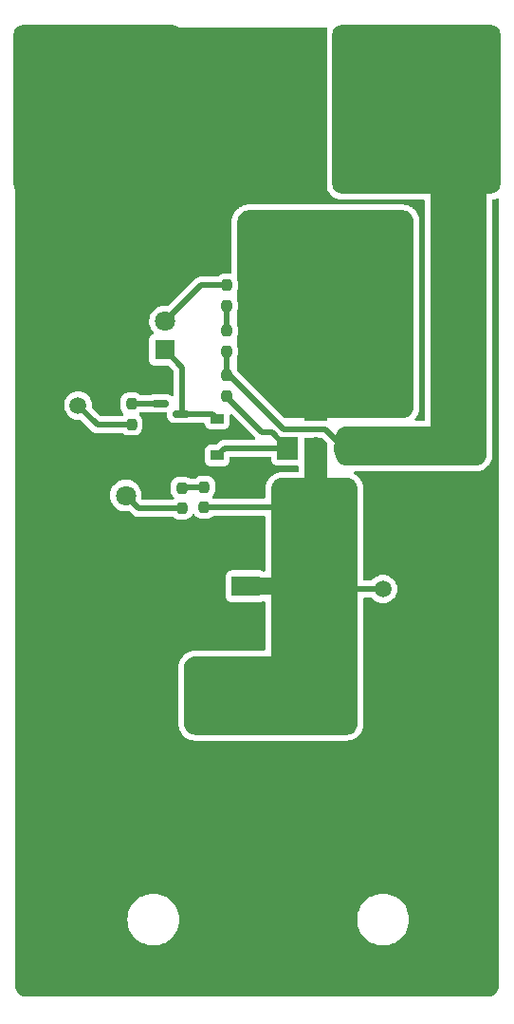
<source format=gtl>
%TF.GenerationSoftware,KiCad,Pcbnew,(6.0.5)*%
%TF.CreationDate,2022-08-02T11:39:28-06:00*%
%TF.ProjectId,fet_stress_test,6665745f-7374-4726-9573-735f74657374,rev?*%
%TF.SameCoordinates,Original*%
%TF.FileFunction,Copper,L1,Top*%
%TF.FilePolarity,Positive*%
%FSLAX46Y46*%
G04 Gerber Fmt 4.6, Leading zero omitted, Abs format (unit mm)*
G04 Created by KiCad (PCBNEW (6.0.5)) date 2022-08-02 11:39:28*
%MOMM*%
%LPD*%
G01*
G04 APERTURE LIST*
G04 Aperture macros list*
%AMRoundRect*
0 Rectangle with rounded corners*
0 $1 Rounding radius*
0 $2 $3 $4 $5 $6 $7 $8 $9 X,Y pos of 4 corners*
0 Add a 4 corners polygon primitive as box body*
4,1,4,$2,$3,$4,$5,$6,$7,$8,$9,$2,$3,0*
0 Add four circle primitives for the rounded corners*
1,1,$1+$1,$2,$3*
1,1,$1+$1,$4,$5*
1,1,$1+$1,$6,$7*
1,1,$1+$1,$8,$9*
0 Add four rect primitives between the rounded corners*
20,1,$1+$1,$2,$3,$4,$5,0*
20,1,$1+$1,$4,$5,$6,$7,0*
20,1,$1+$1,$6,$7,$8,$9,0*
20,1,$1+$1,$8,$9,$2,$3,0*%
G04 Aperture macros list end*
%TA.AperFunction,SMDPad,CuDef*%
%ADD10R,1.200000X0.900000*%
%TD*%
%TA.AperFunction,SMDPad,CuDef*%
%ADD11R,2.500000X1.800000*%
%TD*%
%TA.AperFunction,ComponentPad*%
%ADD12R,1.905000X2.000000*%
%TD*%
%TA.AperFunction,ComponentPad*%
%ADD13O,1.905000X2.000000*%
%TD*%
%TA.AperFunction,SMDPad,CuDef*%
%ADD14RoundRect,0.705882X-4.294118X-2.294118X4.294118X-2.294118X4.294118X2.294118X-4.294118X2.294118X0*%
%TD*%
%TA.AperFunction,ComponentPad*%
%ADD15R,2.500000X4.500000*%
%TD*%
%TA.AperFunction,ComponentPad*%
%ADD16O,2.500000X4.500000*%
%TD*%
%TA.AperFunction,SMDPad,CuDef*%
%ADD17RoundRect,0.237500X-0.237500X0.250000X-0.237500X-0.250000X0.237500X-0.250000X0.237500X0.250000X0*%
%TD*%
%TA.AperFunction,ComponentPad*%
%ADD18R,1.800000X1.800000*%
%TD*%
%TA.AperFunction,ComponentPad*%
%ADD19C,1.800000*%
%TD*%
%TA.AperFunction,SMDPad,CuDef*%
%ADD20RoundRect,0.237500X0.237500X-0.250000X0.237500X0.250000X-0.237500X0.250000X-0.237500X-0.250000X0*%
%TD*%
%TA.AperFunction,ComponentPad*%
%ADD21C,4.000000*%
%TD*%
%TA.AperFunction,ComponentPad*%
%ADD22RoundRect,0.750000X-6.750000X-6.750000X6.750000X-6.750000X6.750000X6.750000X-6.750000X6.750000X0*%
%TD*%
%TA.AperFunction,ComponentPad*%
%ADD23C,1.500000*%
%TD*%
%TA.AperFunction,SMDPad,CuDef*%
%ADD24RoundRect,0.150000X-0.587500X-0.150000X0.587500X-0.150000X0.587500X0.150000X-0.587500X0.150000X0*%
%TD*%
%TA.AperFunction,ViaPad*%
%ADD25C,0.750000*%
%TD*%
%TA.AperFunction,ViaPad*%
%ADD26C,0.510000*%
%TD*%
%TA.AperFunction,Conductor*%
%ADD27C,0.500000*%
%TD*%
%TA.AperFunction,Conductor*%
%ADD28C,1.500000*%
%TD*%
G04 APERTURE END LIST*
D10*
%TO.P,D2,1,K*%
%TO.N,Net-(D2-Pad1)*%
X118550000Y-99050000D03*
%TO.P,D2,2,A*%
%TO.N,Net-(D1-Pad1)*%
X118550000Y-95750000D03*
%TD*%
D11*
%TO.P,D3,1,K*%
%TO.N,/OUTPUT*%
X121100000Y-110700000D03*
%TO.P,D3,2,A*%
%TO.N,GND*%
X117100000Y-110700000D03*
%TD*%
D12*
%TO.P,Q2,1,G*%
%TO.N,Net-(D2-Pad1)*%
X124850000Y-98400000D03*
D13*
%TO.P,Q2,2,D*%
%TO.N,/OUTPUT*%
X127390000Y-98400000D03*
D14*
X127350000Y-82700000D03*
D13*
%TO.P,Q2,3,S*%
%TO.N,/24V*%
X129930000Y-98400000D03*
%TD*%
D15*
%TO.P,R7,1*%
%TO.N,/OUTPUT*%
X118300000Y-120560000D03*
D16*
%TO.P,R7,2*%
%TO.N,GND*%
X107400000Y-120560000D03*
%TD*%
D17*
%TO.P,R6,1*%
%TO.N,Net-(R5-Pad2)*%
X115390000Y-101937500D03*
%TO.P,R6,2*%
%TO.N,Net-(D4-Pad2)*%
X115390000Y-103762500D03*
%TD*%
D18*
%TO.P,D4,1,K*%
%TO.N,GND*%
X110390000Y-100075000D03*
D19*
%TO.P,D4,2,A*%
%TO.N,Net-(D4-Pad2)*%
X110390000Y-102615000D03*
%TD*%
D20*
%TO.P,R3,1*%
%TO.N,Net-(R2-Pad2)*%
X119390000Y-85687500D03*
%TO.P,R3,2*%
%TO.N,Net-(D1-Pad2)*%
X119390000Y-83862500D03*
%TD*%
D18*
%TO.P,D1,1,K*%
%TO.N,Net-(D1-Pad1)*%
X113890000Y-89625000D03*
D19*
%TO.P,D1,2,A*%
%TO.N,Net-(D1-Pad2)*%
X113890000Y-87085000D03*
%TD*%
D15*
%TO.P,R8,1*%
%TO.N,GND*%
X138800000Y-120560000D03*
D16*
%TO.P,R8,2*%
%TO.N,/OUTPUT*%
X127900000Y-120560000D03*
%TD*%
D21*
%TO.P,J2,1,Pin_1*%
%TO.N,GND*%
X111000000Y-129700440D03*
%TO.P,J2,2,Pin_2*%
X108142500Y-134649780D03*
%TO.P,J2,3,Pin_3*%
X113857500Y-134649780D03*
%TD*%
D22*
%TO.P,TP1,1,1*%
%TO.N,GND*%
X107850000Y-68200000D03*
%TD*%
D20*
%TO.P,R5,1*%
%TO.N,/OUTPUT*%
X117390000Y-103675000D03*
%TO.P,R5,2*%
%TO.N,Net-(R5-Pad2)*%
X117390000Y-101850000D03*
%TD*%
D23*
%TO.P,TP5,1,1*%
%TO.N,/OUTPUT*%
X133350000Y-110950000D03*
%TD*%
D24*
%TO.P,Q1,1,B*%
%TO.N,Net-(Q1-Pad1)*%
X113452500Y-94400000D03*
%TO.P,Q1,2,E*%
%TO.N,GND*%
X113452500Y-96300000D03*
%TO.P,Q1,3,C*%
%TO.N,Net-(D1-Pad1)*%
X115327500Y-95350000D03*
%TD*%
D21*
%TO.P,J1,1,Pin_1*%
%TO.N,GND*%
X123000000Y-136000000D03*
%TO.P,J1,2,Pin_2*%
X123000000Y-130158000D03*
%TD*%
D23*
%TO.P,TP3,1,1*%
%TO.N,GND*%
X112350000Y-110700000D03*
%TD*%
D17*
%TO.P,R1,1*%
%TO.N,Net-(Q1-Pad1)*%
X110890000Y-94437500D03*
%TO.P,R1,2*%
%TO.N,Net-(R1-Pad2)*%
X110890000Y-96262500D03*
%TD*%
D21*
%TO.P,J3,1,Pin_1*%
%TO.N,GND*%
X131167900Y-129617900D03*
%TO.P,J3,2,Pin_2*%
X131167900Y-135282100D03*
%TO.P,J3,3,Pin_3*%
X136832100Y-135282100D03*
%TO.P,J3,4,Pin_4*%
X136832100Y-129617900D03*
%TD*%
D23*
%TO.P,TP6,1,1*%
%TO.N,GND*%
X106140000Y-89350000D03*
%TD*%
D20*
%TO.P,R2,1*%
%TO.N,/24V*%
X119390000Y-89762500D03*
%TO.P,R2,2*%
%TO.N,Net-(R2-Pad2)*%
X119390000Y-87937500D03*
%TD*%
D23*
%TO.P,TP4,1,1*%
%TO.N,Net-(R1-Pad2)*%
X106140000Y-94600000D03*
%TD*%
D22*
%TO.P,TP2,1,1*%
%TO.N,/24V*%
X136350000Y-68200000D03*
%TD*%
D17*
%TO.P,R4,1*%
%TO.N,/24V*%
X119390000Y-91937500D03*
%TO.P,R4,2*%
%TO.N,Net-(D2-Pad1)*%
X119390000Y-93762500D03*
%TD*%
D25*
%TO.N,GND*%
X104033000Y-115730000D03*
X142133000Y-146210000D03*
X106573000Y-100490000D03*
X109113000Y-115730000D03*
X126893000Y-125890000D03*
X104033000Y-108110000D03*
X114193000Y-130970000D03*
X129433000Y-143670000D03*
X106573000Y-115730000D03*
X111653000Y-118270000D03*
X104033000Y-105570000D03*
X116733000Y-138590000D03*
X114193000Y-128430000D03*
X131973000Y-125890000D03*
X124353000Y-146210000D03*
X109113000Y-80170000D03*
X101493000Y-80170000D03*
X101493000Y-128430000D03*
X126893000Y-143670000D03*
X101493000Y-123350000D03*
X111653000Y-97950000D03*
X119273000Y-105570000D03*
X126893000Y-138590000D03*
X104033000Y-146210000D03*
X139593000Y-108110000D03*
X114193000Y-82710000D03*
X109113000Y-77630000D03*
X101493000Y-87790000D03*
X101493000Y-120810000D03*
X114193000Y-97950000D03*
X129433000Y-125890000D03*
X101493000Y-108110000D03*
X111653000Y-115730000D03*
X114193000Y-143670000D03*
X106573000Y-80170000D03*
X116733000Y-67470000D03*
X139593000Y-110650000D03*
X121813000Y-143670000D03*
X134513000Y-118270000D03*
X101493000Y-105570000D03*
X142133000Y-130970000D03*
X116733000Y-64930000D03*
X126893000Y-133510000D03*
X126893000Y-64930000D03*
X137053000Y-108110000D03*
X111653000Y-146210000D03*
X139593000Y-133510000D03*
X109113000Y-90330000D03*
X104033000Y-143670000D03*
X121813000Y-75090000D03*
X101493000Y-130970000D03*
X121813000Y-64930000D03*
X121813000Y-72550000D03*
X104033000Y-113190000D03*
X101493000Y-103030000D03*
X106573000Y-92870000D03*
X109113000Y-85250000D03*
X104033000Y-128430000D03*
X104033000Y-130970000D03*
X142133000Y-113190000D03*
X116733000Y-128430000D03*
X104033000Y-103030000D03*
X111653000Y-143670000D03*
X142133000Y-123350000D03*
X119273000Y-113190000D03*
X111653000Y-80170000D03*
X119273000Y-130970000D03*
X111653000Y-108110000D03*
X111653000Y-85250000D03*
X121813000Y-62390000D03*
X101493000Y-95410000D03*
X119273000Y-141130000D03*
X139593000Y-143670000D03*
X111653000Y-120810000D03*
X106573000Y-77630000D03*
X116733000Y-113190000D03*
X124353000Y-143670000D03*
X111653000Y-92870000D03*
X119273000Y-146210000D03*
X137053000Y-125890000D03*
X114193000Y-113190000D03*
X119273000Y-80170000D03*
X101493000Y-118270000D03*
X139593000Y-103030000D03*
X104033000Y-123350000D03*
X119273000Y-77630000D03*
X116733000Y-70010000D03*
X109113000Y-108110000D03*
X106573000Y-113190000D03*
X139593000Y-115730000D03*
X126893000Y-130970000D03*
X119273000Y-67470000D03*
X142133000Y-125890000D03*
X114193000Y-123350000D03*
X114193000Y-100490000D03*
X109113000Y-82710000D03*
X142133000Y-141130000D03*
X129433000Y-138590000D03*
X104033000Y-125890000D03*
X134513000Y-123350000D03*
X119273000Y-128430000D03*
X126893000Y-146210000D03*
X106573000Y-103030000D03*
X139593000Y-105570000D03*
X114193000Y-80170000D03*
X114193000Y-118270000D03*
X104033000Y-77630000D03*
X126893000Y-70010000D03*
X121813000Y-146210000D03*
X124353000Y-64930000D03*
X104033000Y-136050000D03*
X137053000Y-105570000D03*
X109113000Y-125890000D03*
X116733000Y-97950000D03*
X101493000Y-133510000D03*
X119273000Y-125890000D03*
X134513000Y-113190000D03*
X134513000Y-108110000D03*
X137053000Y-115730000D03*
X101493000Y-138590000D03*
X124353000Y-125890000D03*
X137053000Y-110650000D03*
X137053000Y-141130000D03*
X116733000Y-143670000D03*
X119273000Y-70010000D03*
X134513000Y-103030000D03*
X101493000Y-146210000D03*
X114193000Y-77630000D03*
X109113000Y-146210000D03*
X104033000Y-118270000D03*
X111653000Y-123350000D03*
X116733000Y-141130000D03*
X106573000Y-146210000D03*
X104033000Y-110650000D03*
X119273000Y-143670000D03*
X101493000Y-115730000D03*
X116733000Y-108110000D03*
X101493000Y-92870000D03*
X114193000Y-108110000D03*
X116733000Y-130970000D03*
X139593000Y-125890000D03*
X101493000Y-85250000D03*
X134513000Y-146210000D03*
X116733000Y-125890000D03*
X137053000Y-103030000D03*
X101493000Y-143670000D03*
X101493000Y-97950000D03*
X139593000Y-138590000D03*
X114193000Y-105570000D03*
X106573000Y-108110000D03*
X104033000Y-95410000D03*
X106573000Y-97950000D03*
X104033000Y-138590000D03*
X101493000Y-82710000D03*
X134513000Y-120810000D03*
X119273000Y-62390000D03*
X106573000Y-130970000D03*
X111653000Y-125890000D03*
X116733000Y-82710000D03*
X109113000Y-97950000D03*
X142133000Y-118270000D03*
X101493000Y-136050000D03*
X137053000Y-146210000D03*
X126893000Y-72550000D03*
X121813000Y-108110000D03*
X134513000Y-143670000D03*
X119273000Y-138590000D03*
X142133000Y-136050000D03*
X109113000Y-143670000D03*
X104033000Y-80170000D03*
X124353000Y-70010000D03*
X101493000Y-113190000D03*
X111653000Y-113190000D03*
X106573000Y-138590000D03*
X121813000Y-67470000D03*
X129433000Y-146210000D03*
X116733000Y-146210000D03*
X142133000Y-115730000D03*
X119273000Y-108110000D03*
X139593000Y-146210000D03*
X104033000Y-141130000D03*
X116733000Y-77630000D03*
X106573000Y-125890000D03*
X134513000Y-105570000D03*
X109113000Y-105570000D03*
X109113000Y-92870000D03*
X106573000Y-143670000D03*
X106573000Y-85250000D03*
X126893000Y-75090000D03*
X124353000Y-67470000D03*
X119273000Y-75090000D03*
X116733000Y-62390000D03*
X104033000Y-120810000D03*
X142133000Y-105570000D03*
X121813000Y-141130000D03*
X119273000Y-133510000D03*
X126893000Y-67470000D03*
X109113000Y-138590000D03*
X114193000Y-115730000D03*
X142133000Y-120810000D03*
X116733000Y-133510000D03*
X134513000Y-115730000D03*
X139593000Y-141130000D03*
X142133000Y-108110000D03*
X121813000Y-125890000D03*
X104033000Y-85250000D03*
X104033000Y-92870000D03*
X116733000Y-80170000D03*
X106573000Y-141130000D03*
X101493000Y-77630000D03*
X101493000Y-100490000D03*
X126893000Y-62390000D03*
X104033000Y-90330000D03*
X137053000Y-138590000D03*
X131973000Y-143670000D03*
X111653000Y-82710000D03*
X142133000Y-128430000D03*
X109113000Y-87790000D03*
X126893000Y-128430000D03*
X139593000Y-113190000D03*
X114193000Y-146210000D03*
X121813000Y-105570000D03*
X116733000Y-115730000D03*
X104033000Y-133510000D03*
X111653000Y-87790000D03*
X109113000Y-141130000D03*
X126893000Y-136050000D03*
X106573000Y-128430000D03*
X114193000Y-92870000D03*
X124353000Y-72550000D03*
X126893000Y-141130000D03*
X137053000Y-143670000D03*
X124353000Y-141130000D03*
X109113000Y-110650000D03*
X121813000Y-70010000D03*
X142133000Y-103030000D03*
X121813000Y-115730000D03*
X119273000Y-64930000D03*
X116733000Y-136050000D03*
X119273000Y-136050000D03*
X101493000Y-90330000D03*
X124353000Y-62390000D03*
X119273000Y-115730000D03*
X114193000Y-110650000D03*
X142133000Y-138590000D03*
X109113000Y-113190000D03*
X111653000Y-105570000D03*
X111653000Y-77630000D03*
X116733000Y-72550000D03*
X134513000Y-125890000D03*
X142133000Y-143670000D03*
X101493000Y-125890000D03*
X121813000Y-113190000D03*
X104033000Y-97950000D03*
X114193000Y-125890000D03*
X101493000Y-141130000D03*
X114193000Y-120810000D03*
X104033000Y-82710000D03*
X124353000Y-75090000D03*
X104033000Y-87790000D03*
X131973000Y-146210000D03*
X116733000Y-75090000D03*
X111653000Y-90330000D03*
X137053000Y-113190000D03*
X119273000Y-100490000D03*
X116733000Y-105570000D03*
X106573000Y-105570000D03*
X106573000Y-110650000D03*
X104033000Y-100490000D03*
X101493000Y-110650000D03*
X119273000Y-72550000D03*
X142133000Y-133510000D03*
X129433000Y-141130000D03*
X142133000Y-110650000D03*
X106573000Y-82710000D03*
D26*
%TO.N,/24V*%
X139593000Y-82710000D03*
X139593000Y-77630000D03*
X139593000Y-80170000D03*
X131973000Y-97950000D03*
X139593000Y-87790000D03*
X139593000Y-85250000D03*
X137053000Y-97950000D03*
X134513000Y-97950000D03*
X139593000Y-95410000D03*
X139593000Y-92870000D03*
X139593000Y-97950000D03*
X139593000Y-90330000D03*
%TO.N,/OUTPUT*%
X129433000Y-108110000D03*
X131973000Y-90330000D03*
X124353000Y-118270000D03*
X126893000Y-108110000D03*
X129433000Y-123350000D03*
X134513000Y-85250000D03*
X124353000Y-90330000D03*
X129433000Y-115730000D03*
X129433000Y-105570000D03*
X134513000Y-90330000D03*
X121813000Y-90330000D03*
X124353000Y-120810000D03*
X134513000Y-92870000D03*
X134513000Y-87790000D03*
X124353000Y-115730000D03*
X126893000Y-103030000D03*
X124353000Y-123350000D03*
X126893000Y-113190000D03*
X124353000Y-108110000D03*
X129433000Y-113190000D03*
X134513000Y-80170000D03*
X126893000Y-87790000D03*
X121813000Y-87790000D03*
X131973000Y-87790000D03*
X126893000Y-105570000D03*
X126893000Y-110650000D03*
X134513000Y-82710000D03*
X126893000Y-100490000D03*
X124353000Y-105570000D03*
X129433000Y-103030000D03*
X126893000Y-115730000D03*
X121813000Y-120810000D03*
X124353000Y-87790000D03*
X129433000Y-92870000D03*
X124353000Y-113190000D03*
X131973000Y-92870000D03*
X124353000Y-92870000D03*
X126893000Y-90330000D03*
X129433000Y-90330000D03*
X126893000Y-92870000D03*
X121813000Y-123350000D03*
X121813000Y-118270000D03*
X129433000Y-87790000D03*
%TD*%
D27*
%TO.N,Net-(D1-Pad1)*%
X118150000Y-95350000D02*
X118550000Y-95750000D01*
X115450000Y-91185000D02*
X115450000Y-95227500D01*
X115327500Y-95350000D02*
X118150000Y-95350000D01*
X113890000Y-89625000D02*
X115450000Y-91185000D01*
X115450000Y-95227500D02*
X115327500Y-95350000D01*
%TO.N,Net-(D1-Pad2)*%
X117112500Y-83862500D02*
X119390000Y-83862500D01*
X113890000Y-87085000D02*
X117112500Y-83862500D01*
%TO.N,Net-(D2-Pad1)*%
X122550000Y-97000000D02*
X119390000Y-93840000D01*
X119390000Y-93840000D02*
X119390000Y-93762500D01*
X124027500Y-98400000D02*
X124850000Y-98400000D01*
X124250000Y-99000000D02*
X124850000Y-98400000D01*
X124850000Y-98400000D02*
X119200000Y-98400000D01*
X119200000Y-98400000D02*
X118550000Y-99050000D01*
X123450000Y-97000000D02*
X122550000Y-97000000D01*
X124850000Y-98400000D02*
X123450000Y-97000000D01*
%TO.N,Net-(D4-Pad2)*%
X115390000Y-103762500D02*
X111537500Y-103762500D01*
X111537500Y-103762500D02*
X110390000Y-102615000D01*
%TO.N,Net-(Q1-Pad1)*%
X113452500Y-94400000D02*
X110927500Y-94400000D01*
X110927500Y-94400000D02*
X110890000Y-94437500D01*
%TO.N,/24V*%
X119687500Y-91937500D02*
X124450000Y-96700000D01*
X119390000Y-91937500D02*
X119390000Y-89762500D01*
X128230000Y-96700000D02*
X129930000Y-98400000D01*
X119390000Y-91937500D02*
X119687500Y-91937500D01*
X124450000Y-96700000D02*
X128230000Y-96700000D01*
%TO.N,Net-(R1-Pad2)*%
X110852500Y-96300000D02*
X110890000Y-96262500D01*
X107840000Y-96300000D02*
X110852500Y-96300000D01*
X106140000Y-94600000D02*
X107840000Y-96300000D01*
%TO.N,Net-(R2-Pad2)*%
X119390000Y-87937500D02*
X119390000Y-85687500D01*
%TO.N,Net-(R5-Pad2)*%
X115477500Y-101850000D02*
X115390000Y-101937500D01*
X117390000Y-101850000D02*
X115477500Y-101850000D01*
%TO.N,/OUTPUT*%
X133350000Y-110950000D02*
X130550000Y-110950000D01*
D28*
X121100000Y-110700000D02*
X124450000Y-110700000D01*
D27*
X124200000Y-103700000D02*
X124175000Y-103675000D01*
X130550000Y-110950000D02*
X130300000Y-111200000D01*
X124175000Y-103675000D02*
X117390000Y-103675000D01*
%TD*%
%TA.AperFunction,Conductor*%
%TO.N,/OUTPUT*%
G36*
X127931750Y-97478502D02*
G01*
X127952724Y-97495405D01*
X128313095Y-97855776D01*
X128347121Y-97918088D01*
X128350000Y-97944871D01*
X128350000Y-103950000D01*
X126350000Y-103950000D01*
X126350000Y-97584500D01*
X126370002Y-97516379D01*
X126423658Y-97469886D01*
X126476000Y-97458500D01*
X127863629Y-97458500D01*
X127931750Y-97478502D01*
G37*
%TD.AperFunction*%
%TA.AperFunction,Conductor*%
G36*
X128350000Y-95948459D02*
G01*
X128324390Y-95942192D01*
X128318788Y-95941844D01*
X128318785Y-95941844D01*
X128313236Y-95941500D01*
X128313238Y-95941464D01*
X128309245Y-95941225D01*
X128305053Y-95940851D01*
X128297885Y-95939360D01*
X128231675Y-95941151D01*
X128220479Y-95941454D01*
X128217072Y-95941500D01*
X126350000Y-95941500D01*
X126350000Y-95700000D01*
X128350000Y-95700000D01*
X128350000Y-95948459D01*
G37*
%TD.AperFunction*%
%TD*%
%TA.AperFunction,Conductor*%
%TO.N,/OUTPUT*%
G36*
X130106163Y-101050607D02*
G01*
X130282740Y-101067999D01*
X130306957Y-101072815D01*
X130470809Y-101122518D01*
X130493629Y-101131971D01*
X130644631Y-101212683D01*
X130665158Y-101226399D01*
X130797521Y-101335026D01*
X130814974Y-101352479D01*
X130923601Y-101484842D01*
X130937319Y-101505372D01*
X131018029Y-101656371D01*
X131027482Y-101679190D01*
X131077185Y-101843043D01*
X131082002Y-101867263D01*
X131099393Y-102043837D01*
X131100000Y-102056187D01*
X131100000Y-122943813D01*
X131099393Y-122956163D01*
X131082002Y-123132737D01*
X131077185Y-123156957D01*
X131027482Y-123320809D01*
X131018029Y-123343629D01*
X130937319Y-123494628D01*
X130923601Y-123515158D01*
X130814974Y-123647521D01*
X130797521Y-123664974D01*
X130665158Y-123773601D01*
X130644631Y-123787317D01*
X130552417Y-123836607D01*
X130493629Y-123868029D01*
X130470810Y-123877482D01*
X130306957Y-123927185D01*
X130282740Y-123932001D01*
X130106163Y-123949393D01*
X130093813Y-123950000D01*
X116606187Y-123950000D01*
X116593837Y-123949393D01*
X116417260Y-123932001D01*
X116393043Y-123927185D01*
X116229190Y-123877482D01*
X116206371Y-123868029D01*
X116147583Y-123836607D01*
X116055369Y-123787317D01*
X116034842Y-123773601D01*
X115902479Y-123664974D01*
X115885026Y-123647521D01*
X115776399Y-123515158D01*
X115762681Y-123494628D01*
X115681971Y-123343629D01*
X115672518Y-123320809D01*
X115622815Y-123156957D01*
X115617998Y-123132737D01*
X115600607Y-122956163D01*
X115600000Y-122943813D01*
X115600000Y-117956187D01*
X115600607Y-117943837D01*
X115617998Y-117767263D01*
X115622815Y-117743043D01*
X115672518Y-117579190D01*
X115681971Y-117556371D01*
X115762681Y-117405372D01*
X115776399Y-117384842D01*
X115885026Y-117252479D01*
X115902479Y-117235026D01*
X116034842Y-117126399D01*
X116055369Y-117112683D01*
X116206371Y-117031971D01*
X116229191Y-117022518D01*
X116393043Y-116972815D01*
X116417260Y-116967999D01*
X116593837Y-116950607D01*
X116606187Y-116950000D01*
X123350000Y-116950000D01*
X123350000Y-102056187D01*
X123350607Y-102043837D01*
X123367998Y-101867263D01*
X123372815Y-101843043D01*
X123422518Y-101679190D01*
X123431971Y-101656371D01*
X123512681Y-101505372D01*
X123526399Y-101484842D01*
X123635026Y-101352479D01*
X123652479Y-101335026D01*
X123784842Y-101226399D01*
X123805369Y-101212683D01*
X123956371Y-101131971D01*
X123979191Y-101122518D01*
X124143043Y-101072815D01*
X124167260Y-101067999D01*
X124343837Y-101050607D01*
X124356187Y-101050000D01*
X130093813Y-101050000D01*
X130106163Y-101050607D01*
G37*
%TD.AperFunction*%
%TD*%
%TA.AperFunction,Conductor*%
%TO.N,/24V*%
G36*
X141606163Y-72700607D02*
G01*
X141782740Y-72717999D01*
X141806957Y-72722815D01*
X141970809Y-72772518D01*
X141993629Y-72781971D01*
X142144631Y-72862683D01*
X142165158Y-72876399D01*
X142297521Y-72985026D01*
X142314974Y-73002479D01*
X142423601Y-73134842D01*
X142437319Y-73155372D01*
X142518029Y-73306371D01*
X142527482Y-73329190D01*
X142577185Y-73493043D01*
X142582002Y-73517263D01*
X142599393Y-73693837D01*
X142600000Y-73706187D01*
X142600000Y-98943813D01*
X142599393Y-98956163D01*
X142582002Y-99132737D01*
X142577185Y-99156957D01*
X142527482Y-99320809D01*
X142518029Y-99343629D01*
X142437319Y-99494628D01*
X142423601Y-99515158D01*
X142314974Y-99647521D01*
X142297521Y-99664974D01*
X142165158Y-99773601D01*
X142144631Y-99787317D01*
X142052417Y-99836607D01*
X141993629Y-99868029D01*
X141970810Y-99877482D01*
X141806957Y-99927185D01*
X141782740Y-99932001D01*
X141606163Y-99949393D01*
X141593813Y-99950000D01*
X130106187Y-99950000D01*
X130093837Y-99949393D01*
X129917260Y-99932001D01*
X129893043Y-99927185D01*
X129729190Y-99877482D01*
X129706371Y-99868029D01*
X129647583Y-99836607D01*
X129555369Y-99787317D01*
X129534842Y-99773601D01*
X129402479Y-99664974D01*
X129385026Y-99647521D01*
X129276399Y-99515158D01*
X129262681Y-99494628D01*
X129181971Y-99343629D01*
X129172518Y-99320809D01*
X129122815Y-99156957D01*
X129117998Y-99132737D01*
X129100607Y-98956163D01*
X129100000Y-98943813D01*
X129100000Y-97456187D01*
X129100607Y-97443837D01*
X129117998Y-97267263D01*
X129122815Y-97243043D01*
X129172518Y-97079190D01*
X129181971Y-97056371D01*
X129262681Y-96905372D01*
X129276399Y-96884842D01*
X129385026Y-96752479D01*
X129402479Y-96735026D01*
X129534842Y-96626399D01*
X129555369Y-96612683D01*
X129706371Y-96531971D01*
X129729191Y-96522518D01*
X129893043Y-96472815D01*
X129917260Y-96467999D01*
X130093837Y-96450607D01*
X130106187Y-96450000D01*
X137600000Y-96450000D01*
X137600000Y-73706187D01*
X137600607Y-73693837D01*
X137617998Y-73517263D01*
X137622815Y-73493043D01*
X137672518Y-73329190D01*
X137681971Y-73306371D01*
X137762681Y-73155372D01*
X137776399Y-73134842D01*
X137885026Y-73002479D01*
X137902479Y-72985026D01*
X138034842Y-72876399D01*
X138055369Y-72862683D01*
X138206371Y-72781971D01*
X138229191Y-72772518D01*
X138393043Y-72722815D01*
X138417260Y-72717999D01*
X138593837Y-72700607D01*
X138606187Y-72700000D01*
X141593813Y-72700000D01*
X141606163Y-72700607D01*
G37*
%TD.AperFunction*%
%TD*%
%TA.AperFunction,Conductor*%
%TO.N,/OUTPUT*%
G36*
X135106163Y-77200607D02*
G01*
X135282740Y-77217999D01*
X135306957Y-77222815D01*
X135470809Y-77272518D01*
X135493629Y-77281971D01*
X135644631Y-77362683D01*
X135665158Y-77376399D01*
X135797521Y-77485026D01*
X135814974Y-77502479D01*
X135923601Y-77634842D01*
X135937319Y-77655372D01*
X136018029Y-77806371D01*
X136027482Y-77829190D01*
X136077185Y-77993043D01*
X136082002Y-78017263D01*
X136099393Y-78193837D01*
X136100000Y-78206187D01*
X136100000Y-94693813D01*
X136099393Y-94706163D01*
X136082002Y-94882737D01*
X136077185Y-94906957D01*
X136027482Y-95070809D01*
X136018029Y-95093629D01*
X135937319Y-95244628D01*
X135923601Y-95265158D01*
X135814974Y-95397521D01*
X135797521Y-95414974D01*
X135665158Y-95523601D01*
X135644631Y-95537317D01*
X135552417Y-95586607D01*
X135493629Y-95618029D01*
X135470810Y-95627482D01*
X135306957Y-95677185D01*
X135282740Y-95682001D01*
X135106163Y-95699393D01*
X135093813Y-95700000D01*
X124574871Y-95700000D01*
X124506750Y-95679998D01*
X124485776Y-95663095D01*
X120386905Y-91564224D01*
X120352879Y-91501912D01*
X120350000Y-91475129D01*
X120350000Y-90224276D01*
X120356407Y-90184609D01*
X120360807Y-90171343D01*
X120360807Y-90171341D01*
X120362974Y-90164809D01*
X120373500Y-90062072D01*
X120373500Y-89462928D01*
X120362707Y-89358907D01*
X120360526Y-89352370D01*
X120360525Y-89352365D01*
X120356476Y-89340229D01*
X120350000Y-89300354D01*
X120350000Y-88399276D01*
X120356407Y-88359609D01*
X120360807Y-88346343D01*
X120360807Y-88346341D01*
X120362974Y-88339809D01*
X120373500Y-88237072D01*
X120373500Y-87637928D01*
X120362707Y-87533907D01*
X120360526Y-87527370D01*
X120360525Y-87527365D01*
X120356476Y-87515229D01*
X120350000Y-87475354D01*
X120350000Y-86149276D01*
X120356407Y-86109609D01*
X120360807Y-86096343D01*
X120360807Y-86096341D01*
X120362974Y-86089809D01*
X120373500Y-85987072D01*
X120373500Y-85387928D01*
X120362707Y-85283907D01*
X120360526Y-85277370D01*
X120360525Y-85277365D01*
X120356476Y-85265229D01*
X120350000Y-85225354D01*
X120350000Y-84324276D01*
X120356407Y-84284609D01*
X120360807Y-84271343D01*
X120360807Y-84271341D01*
X120362974Y-84264809D01*
X120373500Y-84162072D01*
X120373500Y-83562928D01*
X120362707Y-83458907D01*
X120360526Y-83452370D01*
X120360525Y-83452365D01*
X120356476Y-83440229D01*
X120350000Y-83400354D01*
X120350000Y-78206187D01*
X120350607Y-78193837D01*
X120367998Y-78017263D01*
X120372815Y-77993043D01*
X120422518Y-77829190D01*
X120431971Y-77806371D01*
X120512681Y-77655372D01*
X120526399Y-77634842D01*
X120635026Y-77502479D01*
X120652479Y-77485026D01*
X120784842Y-77376399D01*
X120805369Y-77362683D01*
X120956371Y-77281971D01*
X120979191Y-77272518D01*
X121143043Y-77222815D01*
X121167260Y-77217999D01*
X121343837Y-77200607D01*
X121356187Y-77200000D01*
X135093813Y-77200000D01*
X135106163Y-77200607D01*
G37*
%TD.AperFunction*%
%TD*%
%TA.AperFunction,Conductor*%
%TO.N,GND*%
G36*
X128347490Y-60920002D02*
G01*
X128393983Y-60973658D01*
X128404087Y-61043932D01*
X128401411Y-61057335D01*
X128353022Y-61245800D01*
X128352587Y-61251151D01*
X128345780Y-61334842D01*
X128341500Y-61387458D01*
X128341500Y-75012542D01*
X128353022Y-75154200D01*
X128408890Y-75371794D01*
X128502409Y-75576055D01*
X128630620Y-75760527D01*
X128789473Y-75919380D01*
X128973945Y-76047591D01*
X129178206Y-76141110D01*
X129395800Y-76196978D01*
X129449705Y-76201362D01*
X129534908Y-76208293D01*
X129534918Y-76208293D01*
X129537458Y-76208500D01*
X136960500Y-76208500D01*
X137028621Y-76228502D01*
X137075114Y-76282158D01*
X137086500Y-76334500D01*
X137086500Y-95810500D01*
X137066498Y-95878621D01*
X137012842Y-95925114D01*
X136960500Y-95936500D01*
X136302918Y-95936500D01*
X136234797Y-95916498D01*
X136188304Y-95862842D01*
X136178200Y-95792568D01*
X136209551Y-95725892D01*
X136210874Y-95724432D01*
X136210898Y-95724404D01*
X136211916Y-95723281D01*
X136250994Y-95675664D01*
X136319562Y-95592114D01*
X136319572Y-95592101D01*
X136320543Y-95590918D01*
X136337727Y-95567749D01*
X136349643Y-95551682D01*
X136349647Y-95551676D01*
X136350558Y-95550448D01*
X136364276Y-95529918D01*
X136390186Y-95486689D01*
X136390911Y-95485333D01*
X136390921Y-95485315D01*
X136470160Y-95337067D01*
X136470160Y-95337066D01*
X136470896Y-95335690D01*
X136492436Y-95290148D01*
X136501889Y-95267328D01*
X136514655Y-95231653D01*
X136518344Y-95221344D01*
X136518346Y-95221338D01*
X136518872Y-95219868D01*
X136522321Y-95208500D01*
X136541102Y-95146586D01*
X136568575Y-95056016D01*
X136580821Y-95007123D01*
X136585638Y-94982903D01*
X136593029Y-94933069D01*
X136602764Y-94834235D01*
X136610345Y-94757260D01*
X136610347Y-94757232D01*
X136610420Y-94756495D01*
X136610477Y-94755728D01*
X136612217Y-94732150D01*
X136612219Y-94732112D01*
X136612274Y-94731371D01*
X136612881Y-94719021D01*
X136613500Y-94693813D01*
X136613500Y-78206187D01*
X136612881Y-78180979D01*
X136612274Y-78168629D01*
X136610420Y-78143505D01*
X136593029Y-77966931D01*
X136585638Y-77917097D01*
X136580821Y-77892877D01*
X136568575Y-77843985D01*
X136518872Y-77680132D01*
X136501886Y-77632663D01*
X136492433Y-77609844D01*
X136470896Y-77564310D01*
X136450715Y-77526554D01*
X136390921Y-77414685D01*
X136390911Y-77414667D01*
X136390186Y-77413311D01*
X136364276Y-77370082D01*
X136350558Y-77349552D01*
X136320543Y-77309082D01*
X136319572Y-77307899D01*
X136319562Y-77307886D01*
X136212880Y-77177894D01*
X136211916Y-77176719D01*
X136178073Y-77139380D01*
X136160620Y-77121927D01*
X136123281Y-77088084D01*
X136075664Y-77049006D01*
X135992114Y-76980438D01*
X135992101Y-76980428D01*
X135990918Y-76979457D01*
X135950448Y-76949442D01*
X135929921Y-76935726D01*
X135914753Y-76926635D01*
X135888035Y-76910620D01*
X135888024Y-76910614D01*
X135886693Y-76909816D01*
X135823726Y-76876160D01*
X135737065Y-76829838D01*
X135737052Y-76829831D01*
X135735691Y-76829104D01*
X135710507Y-76817193D01*
X135691523Y-76808214D01*
X135691512Y-76808209D01*
X135690148Y-76807564D01*
X135667328Y-76798111D01*
X135619868Y-76781128D01*
X135618391Y-76780680D01*
X135618376Y-76780675D01*
X135525250Y-76752427D01*
X135456016Y-76731425D01*
X135454537Y-76731055D01*
X135454524Y-76731051D01*
X135408605Y-76719551D01*
X135408599Y-76719550D01*
X135407115Y-76719178D01*
X135382898Y-76714362D01*
X135381384Y-76714138D01*
X135381370Y-76714135D01*
X135360958Y-76711108D01*
X135333074Y-76706972D01*
X135331513Y-76706818D01*
X135331511Y-76706818D01*
X135157290Y-76689658D01*
X135157282Y-76689657D01*
X135156497Y-76689580D01*
X135131371Y-76687726D01*
X135125090Y-76687417D01*
X135119763Y-76687155D01*
X135119726Y-76687154D01*
X135119021Y-76687119D01*
X135099782Y-76686647D01*
X135094548Y-76686518D01*
X135094544Y-76686518D01*
X135093813Y-76686500D01*
X121356187Y-76686500D01*
X121355456Y-76686518D01*
X121355452Y-76686518D01*
X121350218Y-76686647D01*
X121330979Y-76687119D01*
X121330274Y-76687154D01*
X121330237Y-76687155D01*
X121324910Y-76687417D01*
X121318629Y-76687726D01*
X121293503Y-76689580D01*
X121292718Y-76689657D01*
X121292710Y-76689658D01*
X121118489Y-76706818D01*
X121118487Y-76706818D01*
X121116926Y-76706972D01*
X121089042Y-76711108D01*
X121068630Y-76714135D01*
X121068616Y-76714138D01*
X121067102Y-76714362D01*
X121042885Y-76719178D01*
X121041401Y-76719550D01*
X121041395Y-76719551D01*
X120995476Y-76731051D01*
X120995463Y-76731055D01*
X120993984Y-76731425D01*
X120924750Y-76752427D01*
X120831624Y-76780675D01*
X120831609Y-76780680D01*
X120830132Y-76781128D01*
X120782672Y-76798111D01*
X120759852Y-76807564D01*
X120758488Y-76808209D01*
X120758477Y-76808214D01*
X120739493Y-76817193D01*
X120714309Y-76829104D01*
X120712948Y-76829831D01*
X120712935Y-76829838D01*
X120626274Y-76876160D01*
X120563307Y-76909816D01*
X120561976Y-76910614D01*
X120561965Y-76910620D01*
X120535247Y-76926635D01*
X120520079Y-76935726D01*
X120499552Y-76949442D01*
X120459082Y-76979457D01*
X120457899Y-76980428D01*
X120457886Y-76980438D01*
X120374336Y-77049006D01*
X120326719Y-77088084D01*
X120289380Y-77121927D01*
X120271927Y-77139380D01*
X120238084Y-77176719D01*
X120237120Y-77177894D01*
X120130438Y-77307886D01*
X120130428Y-77307899D01*
X120129457Y-77309082D01*
X120099442Y-77349552D01*
X120085724Y-77370082D01*
X120059814Y-77413311D01*
X120059089Y-77414667D01*
X120059079Y-77414685D01*
X119999285Y-77526554D01*
X119979104Y-77564310D01*
X119957567Y-77609844D01*
X119948114Y-77632663D01*
X119931128Y-77680132D01*
X119881425Y-77843985D01*
X119869179Y-77892877D01*
X119864362Y-77917097D01*
X119856971Y-77966931D01*
X119839580Y-78143505D01*
X119837726Y-78168629D01*
X119837119Y-78180979D01*
X119836500Y-78206187D01*
X119836500Y-82743265D01*
X119816498Y-82811386D01*
X119762842Y-82857879D01*
X119697659Y-82868609D01*
X119680274Y-82866828D01*
X119680273Y-82866828D01*
X119677072Y-82866500D01*
X119102928Y-82866500D01*
X119099682Y-82866837D01*
X119099678Y-82866837D01*
X119005765Y-82876581D01*
X119005761Y-82876582D01*
X118998907Y-82877293D01*
X118992371Y-82879474D01*
X118992369Y-82879474D01*
X118859605Y-82923768D01*
X118833893Y-82932346D01*
X118685969Y-83023884D01*
X118680796Y-83029066D01*
X118642910Y-83067018D01*
X118580627Y-83101097D01*
X118553737Y-83104000D01*
X117179569Y-83104000D01*
X117160621Y-83102567D01*
X117150957Y-83101097D01*
X117146383Y-83100401D01*
X117146381Y-83100401D01*
X117139151Y-83099301D01*
X117131859Y-83099894D01*
X117131856Y-83099894D01*
X117086482Y-83103585D01*
X117076267Y-83104000D01*
X117068207Y-83104000D01*
X117054917Y-83105549D01*
X117039993Y-83107289D01*
X117035618Y-83107722D01*
X116970161Y-83113046D01*
X116970158Y-83113047D01*
X116962863Y-83113640D01*
X116955899Y-83115896D01*
X116949940Y-83117087D01*
X116944085Y-83118471D01*
X116936819Y-83119318D01*
X116868173Y-83144235D01*
X116864045Y-83145652D01*
X116801564Y-83165893D01*
X116801562Y-83165894D01*
X116794601Y-83168149D01*
X116788346Y-83171945D01*
X116782872Y-83174451D01*
X116777442Y-83177170D01*
X116770563Y-83179667D01*
X116709516Y-83219691D01*
X116705827Y-83222018D01*
X116685635Y-83234271D01*
X116648193Y-83256991D01*
X116648188Y-83256995D01*
X116643392Y-83259905D01*
X116635016Y-83267303D01*
X116634993Y-83267277D01*
X116632003Y-83269926D01*
X116628764Y-83272634D01*
X116622648Y-83276644D01*
X116617621Y-83281951D01*
X116617617Y-83281954D01*
X116569372Y-83332883D01*
X116566994Y-83335325D01*
X114240407Y-85661912D01*
X114178095Y-85695938D01*
X114129216Y-85696864D01*
X114028095Y-85678851D01*
X114028089Y-85678850D01*
X114023006Y-85677945D01*
X113950096Y-85677054D01*
X113796581Y-85675179D01*
X113796579Y-85675179D01*
X113791411Y-85675116D01*
X113562464Y-85710150D01*
X113342314Y-85782106D01*
X113337726Y-85784494D01*
X113337722Y-85784496D01*
X113141461Y-85886663D01*
X113136872Y-85889052D01*
X113132739Y-85892155D01*
X113132736Y-85892157D01*
X113001993Y-85990322D01*
X112951655Y-86028117D01*
X112791639Y-86195564D01*
X112661119Y-86386899D01*
X112563602Y-86596981D01*
X112501707Y-86820169D01*
X112477095Y-87050469D01*
X112477392Y-87055622D01*
X112477392Y-87055625D01*
X112483032Y-87153448D01*
X112490427Y-87281697D01*
X112491564Y-87286743D01*
X112491565Y-87286749D01*
X112523741Y-87429523D01*
X112541346Y-87507642D01*
X112543288Y-87512424D01*
X112543289Y-87512428D01*
X112595556Y-87641146D01*
X112628484Y-87722237D01*
X112749501Y-87919719D01*
X112752882Y-87923622D01*
X112861304Y-88048788D01*
X112890786Y-88113373D01*
X112880671Y-88183646D01*
X112834170Y-88237294D01*
X112810296Y-88249267D01*
X112754515Y-88270179D01*
X112743295Y-88274385D01*
X112626739Y-88361739D01*
X112539385Y-88478295D01*
X112488255Y-88614684D01*
X112481500Y-88676866D01*
X112481500Y-90573134D01*
X112488255Y-90635316D01*
X112539385Y-90771705D01*
X112626739Y-90888261D01*
X112743295Y-90975615D01*
X112879684Y-91026745D01*
X112941866Y-91033500D01*
X114173629Y-91033500D01*
X114241750Y-91053502D01*
X114262724Y-91070405D01*
X114654595Y-91462276D01*
X114688621Y-91524588D01*
X114691500Y-91551371D01*
X114691500Y-93666050D01*
X114671498Y-93734171D01*
X114617842Y-93780664D01*
X114547568Y-93790768D01*
X114482988Y-93761274D01*
X114476405Y-93755145D01*
X114446807Y-93725547D01*
X114439983Y-93721511D01*
X114439980Y-93721509D01*
X114310427Y-93644892D01*
X114310428Y-93644892D01*
X114303601Y-93640855D01*
X114295990Y-93638644D01*
X114295988Y-93638643D01*
X114236973Y-93621498D01*
X114143831Y-93594438D01*
X114137426Y-93593934D01*
X114137421Y-93593933D01*
X114108958Y-93591693D01*
X114108950Y-93591693D01*
X114106502Y-93591500D01*
X112798498Y-93591500D01*
X112796050Y-93591693D01*
X112796042Y-93591693D01*
X112767579Y-93593933D01*
X112767574Y-93593934D01*
X112761169Y-93594438D01*
X112754993Y-93596232D01*
X112754989Y-93596233D01*
X112616398Y-93636497D01*
X112581246Y-93641500D01*
X111688635Y-93641500D01*
X111620514Y-93621498D01*
X111599620Y-93604676D01*
X111598185Y-93603244D01*
X111593003Y-93598071D01*
X111444920Y-93506791D01*
X111279809Y-93452026D01*
X111272973Y-93451326D01*
X111272970Y-93451325D01*
X111221474Y-93446049D01*
X111177072Y-93441500D01*
X110602928Y-93441500D01*
X110599682Y-93441837D01*
X110599678Y-93441837D01*
X110505765Y-93451581D01*
X110505761Y-93451582D01*
X110498907Y-93452293D01*
X110492371Y-93454474D01*
X110492369Y-93454474D01*
X110457384Y-93466146D01*
X110333893Y-93507346D01*
X110185969Y-93598884D01*
X110180796Y-93604066D01*
X110068242Y-93716816D01*
X110068238Y-93716821D01*
X110063071Y-93721997D01*
X110059231Y-93728227D01*
X110059230Y-93728228D01*
X110024812Y-93784065D01*
X109971791Y-93870080D01*
X109917026Y-94035191D01*
X109916326Y-94042027D01*
X109916325Y-94042030D01*
X109914272Y-94062072D01*
X109906500Y-94137928D01*
X109906500Y-94737072D01*
X109906837Y-94740318D01*
X109906837Y-94740322D01*
X109913798Y-94807405D01*
X109917293Y-94841093D01*
X109972346Y-95006107D01*
X110063884Y-95154031D01*
X110069066Y-95159204D01*
X110170786Y-95260747D01*
X110204865Y-95323030D01*
X110199862Y-95393850D01*
X110170942Y-95438937D01*
X110123274Y-95486689D01*
X110105477Y-95504517D01*
X110043194Y-95538597D01*
X110016303Y-95541500D01*
X108206371Y-95541500D01*
X108138250Y-95521498D01*
X108117276Y-95504595D01*
X107429518Y-94816837D01*
X107395492Y-94754525D01*
X107393092Y-94716761D01*
X107402828Y-94605476D01*
X107402828Y-94605475D01*
X107403307Y-94600000D01*
X107384115Y-94380629D01*
X107327120Y-94167924D01*
X107242474Y-93986399D01*
X107236382Y-93973334D01*
X107236379Y-93973329D01*
X107234056Y-93968347D01*
X107165249Y-93870080D01*
X107110908Y-93792473D01*
X107110906Y-93792470D01*
X107107749Y-93787962D01*
X106952038Y-93632251D01*
X106936682Y-93621498D01*
X106779163Y-93511202D01*
X106771654Y-93505944D01*
X106572076Y-93412880D01*
X106359371Y-93355885D01*
X106140000Y-93336693D01*
X105920629Y-93355885D01*
X105707924Y-93412880D01*
X105625478Y-93451325D01*
X105513334Y-93503618D01*
X105513329Y-93503621D01*
X105508347Y-93505944D01*
X105503840Y-93509100D01*
X105503838Y-93509101D01*
X105332473Y-93629092D01*
X105332470Y-93629094D01*
X105327962Y-93632251D01*
X105172251Y-93787962D01*
X105169094Y-93792470D01*
X105169092Y-93792473D01*
X105114751Y-93870080D01*
X105045944Y-93968347D01*
X105043621Y-93973329D01*
X105043618Y-93973334D01*
X105037526Y-93986399D01*
X104952880Y-94167924D01*
X104895885Y-94380629D01*
X104876693Y-94600000D01*
X104895885Y-94819371D01*
X104952880Y-95032076D01*
X104964725Y-95057478D01*
X105043618Y-95226666D01*
X105043621Y-95226671D01*
X105045944Y-95231653D01*
X105049100Y-95236160D01*
X105049101Y-95236162D01*
X105159516Y-95393850D01*
X105172251Y-95412038D01*
X105327962Y-95567749D01*
X105332471Y-95570906D01*
X105332473Y-95570908D01*
X105370338Y-95597421D01*
X105508346Y-95694056D01*
X105707924Y-95787120D01*
X105920629Y-95844115D01*
X106140000Y-95863307D01*
X106145475Y-95862828D01*
X106145476Y-95862828D01*
X106256761Y-95853092D01*
X106326365Y-95867081D01*
X106356837Y-95889518D01*
X107256230Y-96788911D01*
X107268616Y-96803323D01*
X107277149Y-96814918D01*
X107277154Y-96814923D01*
X107281492Y-96820818D01*
X107287070Y-96825557D01*
X107287073Y-96825560D01*
X107321768Y-96855035D01*
X107329284Y-96861965D01*
X107334979Y-96867660D01*
X107337861Y-96869940D01*
X107357251Y-96885281D01*
X107360655Y-96888072D01*
X107410703Y-96930591D01*
X107416285Y-96935333D01*
X107422801Y-96938661D01*
X107427850Y-96942028D01*
X107432979Y-96945195D01*
X107438716Y-96949734D01*
X107504875Y-96980655D01*
X107508769Y-96982558D01*
X107573808Y-97015769D01*
X107580916Y-97017508D01*
X107586559Y-97019607D01*
X107592322Y-97021524D01*
X107598950Y-97024622D01*
X107606112Y-97026112D01*
X107606113Y-97026112D01*
X107670412Y-97039486D01*
X107674696Y-97040456D01*
X107745610Y-97057808D01*
X107751212Y-97058156D01*
X107751215Y-97058156D01*
X107756764Y-97058500D01*
X107756762Y-97058536D01*
X107760755Y-97058775D01*
X107764947Y-97059149D01*
X107772115Y-97060640D01*
X107849520Y-97058546D01*
X107852928Y-97058500D01*
X110091365Y-97058500D01*
X110159486Y-97078502D01*
X110180380Y-97095324D01*
X110181662Y-97096603D01*
X110186997Y-97101929D01*
X110335080Y-97193209D01*
X110500191Y-97247974D01*
X110507027Y-97248674D01*
X110507030Y-97248675D01*
X110558526Y-97253951D01*
X110602928Y-97258500D01*
X111177072Y-97258500D01*
X111180318Y-97258163D01*
X111180322Y-97258163D01*
X111274235Y-97248419D01*
X111274239Y-97248418D01*
X111281093Y-97247707D01*
X111287629Y-97245526D01*
X111287631Y-97245526D01*
X111420395Y-97201232D01*
X111446107Y-97192654D01*
X111594031Y-97101116D01*
X111616606Y-97078502D01*
X111711758Y-96983184D01*
X111711762Y-96983179D01*
X111716929Y-96978003D01*
X111734354Y-96949734D01*
X111804369Y-96836150D01*
X111804370Y-96836148D01*
X111808209Y-96829920D01*
X111862974Y-96664809D01*
X111864106Y-96653767D01*
X111873172Y-96565271D01*
X111873500Y-96562072D01*
X111873500Y-95962928D01*
X111870758Y-95936500D01*
X111863419Y-95865765D01*
X111863418Y-95865761D01*
X111862707Y-95858907D01*
X111859059Y-95847971D01*
X111809972Y-95700841D01*
X111807654Y-95693893D01*
X111716116Y-95545969D01*
X111674670Y-95504595D01*
X111609214Y-95439253D01*
X111575135Y-95376970D01*
X111580138Y-95306150D01*
X111609058Y-95261063D01*
X111633915Y-95236162D01*
X111674524Y-95195482D01*
X111736806Y-95161403D01*
X111763697Y-95158500D01*
X112581246Y-95158500D01*
X112616398Y-95163503D01*
X112754989Y-95203767D01*
X112754993Y-95203768D01*
X112761169Y-95205562D01*
X112767574Y-95206066D01*
X112767579Y-95206067D01*
X112796042Y-95208307D01*
X112796050Y-95208307D01*
X112798498Y-95208500D01*
X113955500Y-95208500D01*
X114023621Y-95228502D01*
X114070114Y-95282158D01*
X114081500Y-95334500D01*
X114081500Y-95566502D01*
X114081693Y-95568950D01*
X114081693Y-95568958D01*
X114083516Y-95592114D01*
X114084438Y-95603831D01*
X114130855Y-95763601D01*
X114134892Y-95770427D01*
X114211509Y-95899980D01*
X114211511Y-95899983D01*
X114215547Y-95906807D01*
X114333193Y-96024453D01*
X114340017Y-96028489D01*
X114340020Y-96028491D01*
X114447589Y-96092107D01*
X114476399Y-96109145D01*
X114484010Y-96111356D01*
X114484012Y-96111357D01*
X114491399Y-96113503D01*
X114636169Y-96155562D01*
X114642574Y-96156066D01*
X114642579Y-96156067D01*
X114671042Y-96158307D01*
X114671050Y-96158307D01*
X114673498Y-96158500D01*
X115981502Y-96158500D01*
X115983950Y-96158307D01*
X115983958Y-96158307D01*
X116012421Y-96156067D01*
X116012426Y-96156066D01*
X116018831Y-96155562D01*
X116025007Y-96153768D01*
X116025011Y-96153767D01*
X116163602Y-96113503D01*
X116198754Y-96108500D01*
X117315500Y-96108500D01*
X117383621Y-96128502D01*
X117430114Y-96182158D01*
X117441500Y-96234500D01*
X117441500Y-96248134D01*
X117448255Y-96310316D01*
X117499385Y-96446705D01*
X117586739Y-96563261D01*
X117703295Y-96650615D01*
X117839684Y-96701745D01*
X117901866Y-96708500D01*
X119198134Y-96708500D01*
X119260316Y-96701745D01*
X119396705Y-96650615D01*
X119513261Y-96563261D01*
X119600615Y-96446705D01*
X119651745Y-96310316D01*
X119658500Y-96248134D01*
X119658500Y-95485371D01*
X119678502Y-95417250D01*
X119732158Y-95370757D01*
X119802432Y-95360653D01*
X119867012Y-95390147D01*
X119873595Y-95396276D01*
X121903724Y-97426405D01*
X121937750Y-97488717D01*
X121932685Y-97559532D01*
X121890138Y-97616368D01*
X121823618Y-97641179D01*
X121814629Y-97641500D01*
X119267070Y-97641500D01*
X119248120Y-97640067D01*
X119233885Y-97637901D01*
X119233881Y-97637901D01*
X119226651Y-97636801D01*
X119219359Y-97637394D01*
X119219356Y-97637394D01*
X119173982Y-97641085D01*
X119163767Y-97641500D01*
X119155707Y-97641500D01*
X119152073Y-97641924D01*
X119152067Y-97641924D01*
X119139042Y-97643443D01*
X119127480Y-97644791D01*
X119123132Y-97645221D01*
X119050364Y-97651140D01*
X119043403Y-97653395D01*
X119037463Y-97654582D01*
X119031588Y-97655971D01*
X119024319Y-97656818D01*
X118955670Y-97681736D01*
X118951542Y-97683153D01*
X118889064Y-97703393D01*
X118889062Y-97703394D01*
X118882101Y-97705649D01*
X118875846Y-97709445D01*
X118870372Y-97711951D01*
X118864942Y-97714670D01*
X118858063Y-97717167D01*
X118851943Y-97721180D01*
X118851942Y-97721180D01*
X118797024Y-97757186D01*
X118793320Y-97759523D01*
X118730893Y-97797405D01*
X118722516Y-97804803D01*
X118722492Y-97804776D01*
X118719500Y-97807429D01*
X118716267Y-97810132D01*
X118710148Y-97814144D01*
X118705116Y-97819456D01*
X118656872Y-97870383D01*
X118654494Y-97872825D01*
X118472724Y-98054595D01*
X118410412Y-98088621D01*
X118383629Y-98091500D01*
X117901866Y-98091500D01*
X117839684Y-98098255D01*
X117703295Y-98149385D01*
X117586739Y-98236739D01*
X117499385Y-98353295D01*
X117448255Y-98489684D01*
X117441500Y-98551866D01*
X117441500Y-99548134D01*
X117448255Y-99610316D01*
X117499385Y-99746705D01*
X117586739Y-99863261D01*
X117703295Y-99950615D01*
X117839684Y-100001745D01*
X117901866Y-100008500D01*
X119198134Y-100008500D01*
X119260316Y-100001745D01*
X119396705Y-99950615D01*
X119513261Y-99863261D01*
X119600615Y-99746705D01*
X119651745Y-99610316D01*
X119658500Y-99548134D01*
X119658500Y-99284500D01*
X119678502Y-99216379D01*
X119732158Y-99169886D01*
X119784500Y-99158500D01*
X123263000Y-99158500D01*
X123331121Y-99178502D01*
X123377614Y-99232158D01*
X123389000Y-99284500D01*
X123389000Y-99448134D01*
X123395755Y-99510316D01*
X123446885Y-99646705D01*
X123534239Y-99763261D01*
X123650795Y-99850615D01*
X123787184Y-99901745D01*
X123849366Y-99908500D01*
X125710500Y-99908500D01*
X125778621Y-99928502D01*
X125825114Y-99982158D01*
X125836500Y-100034500D01*
X125836500Y-100410500D01*
X125816498Y-100478621D01*
X125762842Y-100525114D01*
X125710500Y-100536500D01*
X124356187Y-100536500D01*
X124355456Y-100536518D01*
X124355452Y-100536518D01*
X124350218Y-100536647D01*
X124330979Y-100537119D01*
X124330274Y-100537154D01*
X124330237Y-100537155D01*
X124324910Y-100537417D01*
X124318629Y-100537726D01*
X124293503Y-100539580D01*
X124292718Y-100539657D01*
X124292710Y-100539658D01*
X124118489Y-100556818D01*
X124118487Y-100556818D01*
X124116926Y-100556972D01*
X124089042Y-100561108D01*
X124068630Y-100564135D01*
X124068616Y-100564138D01*
X124067102Y-100564362D01*
X124042885Y-100569178D01*
X124041401Y-100569550D01*
X124041395Y-100569551D01*
X123995476Y-100581051D01*
X123995463Y-100581055D01*
X123993984Y-100581425D01*
X123924750Y-100602427D01*
X123831624Y-100630675D01*
X123831609Y-100630680D01*
X123830132Y-100631128D01*
X123782672Y-100648111D01*
X123759852Y-100657564D01*
X123758488Y-100658209D01*
X123758477Y-100658214D01*
X123739493Y-100667193D01*
X123714309Y-100679104D01*
X123712948Y-100679831D01*
X123712935Y-100679838D01*
X123626274Y-100726160D01*
X123563307Y-100759816D01*
X123561976Y-100760614D01*
X123561965Y-100760620D01*
X123535247Y-100776635D01*
X123520079Y-100785726D01*
X123499552Y-100799442D01*
X123459082Y-100829457D01*
X123457899Y-100830428D01*
X123457886Y-100830438D01*
X123413712Y-100866691D01*
X123326719Y-100938084D01*
X123289380Y-100971927D01*
X123271927Y-100989380D01*
X123238084Y-101026719D01*
X123237120Y-101027894D01*
X123130438Y-101157886D01*
X123130428Y-101157899D01*
X123129457Y-101159082D01*
X123099442Y-101199552D01*
X123085724Y-101220082D01*
X123059814Y-101263311D01*
X123059089Y-101264667D01*
X123059079Y-101264685D01*
X123025038Y-101328373D01*
X122979104Y-101414310D01*
X122957567Y-101459844D01*
X122948114Y-101482663D01*
X122931128Y-101530132D01*
X122881425Y-101693985D01*
X122869179Y-101742877D01*
X122864362Y-101767097D01*
X122856971Y-101816931D01*
X122856821Y-101818453D01*
X122856819Y-101818470D01*
X122844147Y-101947131D01*
X122839580Y-101993505D01*
X122837726Y-102018629D01*
X122837119Y-102030979D01*
X122836500Y-102056187D01*
X122836500Y-102790500D01*
X122816498Y-102858621D01*
X122762842Y-102905114D01*
X122710500Y-102916500D01*
X118226200Y-102916500D01*
X118158079Y-102896498D01*
X118137181Y-102879672D01*
X118134475Y-102876970D01*
X118118431Y-102860954D01*
X118109213Y-102851752D01*
X118075135Y-102789469D01*
X118080139Y-102718649D01*
X118109059Y-102673563D01*
X118211754Y-102570688D01*
X118211758Y-102570683D01*
X118216929Y-102565503D01*
X118220770Y-102559272D01*
X118304369Y-102423650D01*
X118304370Y-102423648D01*
X118308209Y-102417420D01*
X118362974Y-102252309D01*
X118373500Y-102149572D01*
X118373500Y-101550428D01*
X118371919Y-101535191D01*
X118363419Y-101453265D01*
X118363418Y-101453261D01*
X118362707Y-101446407D01*
X118359007Y-101435315D01*
X118309972Y-101288341D01*
X118307654Y-101281393D01*
X118216116Y-101133469D01*
X118186662Y-101104066D01*
X118098184Y-101015742D01*
X118098179Y-101015738D01*
X118093003Y-101010571D01*
X118083133Y-101004487D01*
X117951150Y-100923131D01*
X117951148Y-100923130D01*
X117944920Y-100919291D01*
X117779809Y-100864526D01*
X117772973Y-100863826D01*
X117772970Y-100863825D01*
X117721474Y-100858549D01*
X117677072Y-100854000D01*
X117102928Y-100854000D01*
X117099682Y-100854337D01*
X117099678Y-100854337D01*
X117005765Y-100864081D01*
X117005761Y-100864082D01*
X116998907Y-100864793D01*
X116992371Y-100866974D01*
X116992369Y-100866974D01*
X116859605Y-100911268D01*
X116833893Y-100919846D01*
X116685969Y-101011384D01*
X116680796Y-101016566D01*
X116642910Y-101054518D01*
X116580627Y-101088597D01*
X116553737Y-101091500D01*
X116118057Y-101091500D01*
X116051941Y-101072760D01*
X115951150Y-101010631D01*
X115951148Y-101010630D01*
X115944920Y-101006791D01*
X115779809Y-100952026D01*
X115772973Y-100951326D01*
X115772970Y-100951325D01*
X115721474Y-100946049D01*
X115677072Y-100941500D01*
X115102928Y-100941500D01*
X115099682Y-100941837D01*
X115099678Y-100941837D01*
X115005765Y-100951581D01*
X115005761Y-100951582D01*
X114998907Y-100952293D01*
X114992371Y-100954474D01*
X114992369Y-100954474D01*
X114891050Y-100988277D01*
X114833893Y-101007346D01*
X114685969Y-101098884D01*
X114680796Y-101104066D01*
X114568242Y-101216816D01*
X114568238Y-101216821D01*
X114563071Y-101221997D01*
X114559231Y-101228227D01*
X114559230Y-101228228D01*
X114497500Y-101328373D01*
X114471791Y-101370080D01*
X114417026Y-101535191D01*
X114406500Y-101637928D01*
X114406500Y-102237072D01*
X114417293Y-102341093D01*
X114419474Y-102347629D01*
X114419474Y-102347631D01*
X114433382Y-102389318D01*
X114472346Y-102506107D01*
X114563884Y-102654031D01*
X114569066Y-102659204D01*
X114670786Y-102760747D01*
X114704865Y-102823030D01*
X114699862Y-102893850D01*
X114670941Y-102938938D01*
X114642910Y-102967018D01*
X114580628Y-103001097D01*
X114553737Y-103004000D01*
X111903871Y-103004000D01*
X111835750Y-102983998D01*
X111814776Y-102967095D01*
X111814176Y-102966495D01*
X111780150Y-102904183D01*
X111778349Y-102860954D01*
X111801203Y-102687362D01*
X111801203Y-102687358D01*
X111801640Y-102684041D01*
X111802388Y-102653432D01*
X111803245Y-102618365D01*
X111803245Y-102618361D01*
X111803327Y-102615000D01*
X111786512Y-102410472D01*
X111784773Y-102389318D01*
X111784772Y-102389312D01*
X111784349Y-102384167D01*
X111748218Y-102240322D01*
X111729184Y-102164544D01*
X111729183Y-102164540D01*
X111727925Y-102159533D01*
X111722195Y-102146355D01*
X111637630Y-101951868D01*
X111637628Y-101951865D01*
X111635570Y-101947131D01*
X111509764Y-101752665D01*
X111499486Y-101741369D01*
X111455028Y-101692511D01*
X111353887Y-101581358D01*
X111349836Y-101578159D01*
X111349832Y-101578155D01*
X111176177Y-101441011D01*
X111176172Y-101441008D01*
X111172123Y-101437810D01*
X111167607Y-101435317D01*
X111167604Y-101435315D01*
X110973879Y-101328373D01*
X110973875Y-101328371D01*
X110969355Y-101325876D01*
X110964486Y-101324152D01*
X110964482Y-101324150D01*
X110755903Y-101250288D01*
X110755899Y-101250287D01*
X110751028Y-101248562D01*
X110745935Y-101247655D01*
X110745932Y-101247654D01*
X110528095Y-101208851D01*
X110528089Y-101208850D01*
X110523006Y-101207945D01*
X110450096Y-101207054D01*
X110296581Y-101205179D01*
X110296579Y-101205179D01*
X110291411Y-101205116D01*
X110062464Y-101240150D01*
X109842314Y-101312106D01*
X109837726Y-101314494D01*
X109837722Y-101314496D01*
X109648615Y-101412939D01*
X109636872Y-101419052D01*
X109632739Y-101422155D01*
X109632736Y-101422157D01*
X109455790Y-101555012D01*
X109451655Y-101558117D01*
X109448083Y-101561855D01*
X109321817Y-101693985D01*
X109291639Y-101725564D01*
X109288725Y-101729836D01*
X109288724Y-101729837D01*
X109273152Y-101752665D01*
X109161119Y-101916899D01*
X109063602Y-102126981D01*
X109001707Y-102350169D01*
X108977095Y-102580469D01*
X108977392Y-102585622D01*
X108977392Y-102585625D01*
X108988375Y-102776116D01*
X108990427Y-102811697D01*
X108991564Y-102816743D01*
X108991565Y-102816749D01*
X109011479Y-102905114D01*
X109041346Y-103037642D01*
X109043288Y-103042424D01*
X109043289Y-103042428D01*
X109087291Y-103150792D01*
X109128484Y-103252237D01*
X109249501Y-103449719D01*
X109401147Y-103624784D01*
X109579349Y-103772730D01*
X109779322Y-103889584D01*
X109995694Y-103972209D01*
X110000760Y-103973240D01*
X110000761Y-103973240D01*
X110053846Y-103984040D01*
X110222656Y-104018385D01*
X110353324Y-104023176D01*
X110448949Y-104026683D01*
X110448953Y-104026683D01*
X110454113Y-104026872D01*
X110636594Y-104003495D01*
X110706703Y-104014679D01*
X110741698Y-104039379D01*
X110953730Y-104251411D01*
X110966116Y-104265823D01*
X110974649Y-104277418D01*
X110974654Y-104277423D01*
X110978992Y-104283318D01*
X110984570Y-104288057D01*
X110984573Y-104288060D01*
X111019268Y-104317535D01*
X111026784Y-104324465D01*
X111032479Y-104330160D01*
X111035361Y-104332440D01*
X111054751Y-104347781D01*
X111058155Y-104350572D01*
X111106367Y-104391531D01*
X111113785Y-104397833D01*
X111120301Y-104401161D01*
X111125350Y-104404528D01*
X111130479Y-104407695D01*
X111136216Y-104412234D01*
X111202375Y-104443155D01*
X111206269Y-104445058D01*
X111271308Y-104478269D01*
X111278416Y-104480008D01*
X111284059Y-104482107D01*
X111289822Y-104484024D01*
X111296450Y-104487122D01*
X111303612Y-104488612D01*
X111303613Y-104488612D01*
X111367912Y-104501986D01*
X111372196Y-104502956D01*
X111443110Y-104520308D01*
X111448712Y-104520656D01*
X111448715Y-104520656D01*
X111454264Y-104521000D01*
X111454262Y-104521036D01*
X111458255Y-104521275D01*
X111462447Y-104521649D01*
X111469615Y-104523140D01*
X111547020Y-104521046D01*
X111550428Y-104521000D01*
X114553800Y-104521000D01*
X114621921Y-104541002D01*
X114642816Y-104557825D01*
X114686997Y-104601929D01*
X114693227Y-104605769D01*
X114693228Y-104605770D01*
X114798504Y-104670663D01*
X114835080Y-104693209D01*
X115000191Y-104747974D01*
X115007027Y-104748674D01*
X115007030Y-104748675D01*
X115058526Y-104753951D01*
X115102928Y-104758500D01*
X115677072Y-104758500D01*
X115680318Y-104758163D01*
X115680322Y-104758163D01*
X115774235Y-104748419D01*
X115774239Y-104748418D01*
X115781093Y-104747707D01*
X115787629Y-104745526D01*
X115787631Y-104745526D01*
X115920395Y-104701232D01*
X115946107Y-104692654D01*
X116094031Y-104601116D01*
X116099204Y-104595934D01*
X116211758Y-104483184D01*
X116211762Y-104483179D01*
X116216929Y-104478003D01*
X116308209Y-104329920D01*
X116310307Y-104331213D01*
X116349495Y-104286708D01*
X116417773Y-104267248D01*
X116485733Y-104287791D01*
X116523914Y-104326940D01*
X116563884Y-104391531D01*
X116569066Y-104396704D01*
X116681816Y-104509258D01*
X116681821Y-104509262D01*
X116686997Y-104514429D01*
X116693227Y-104518269D01*
X116693228Y-104518270D01*
X116827629Y-104601116D01*
X116835080Y-104605709D01*
X117000191Y-104660474D01*
X117007027Y-104661174D01*
X117007030Y-104661175D01*
X117058526Y-104666451D01*
X117102928Y-104671000D01*
X117677072Y-104671000D01*
X117680318Y-104670663D01*
X117680322Y-104670663D01*
X117774235Y-104660919D01*
X117774239Y-104660918D01*
X117781093Y-104660207D01*
X117787629Y-104658026D01*
X117787631Y-104658026D01*
X117920395Y-104613732D01*
X117946107Y-104605154D01*
X118094031Y-104513616D01*
X118104671Y-104502957D01*
X118137090Y-104470482D01*
X118199373Y-104436403D01*
X118226263Y-104433500D01*
X122710500Y-104433500D01*
X122778621Y-104453502D01*
X122825114Y-104507158D01*
X122836500Y-104559500D01*
X122836500Y-109277211D01*
X122816498Y-109345332D01*
X122762842Y-109391825D01*
X122692568Y-109401929D01*
X122634935Y-109378037D01*
X122596705Y-109349385D01*
X122460316Y-109298255D01*
X122398134Y-109291500D01*
X119801866Y-109291500D01*
X119739684Y-109298255D01*
X119603295Y-109349385D01*
X119486739Y-109436739D01*
X119399385Y-109553295D01*
X119348255Y-109689684D01*
X119341500Y-109751866D01*
X119341500Y-111648134D01*
X119348255Y-111710316D01*
X119399385Y-111846705D01*
X119486739Y-111963261D01*
X119603295Y-112050615D01*
X119739684Y-112101745D01*
X119801866Y-112108500D01*
X122398134Y-112108500D01*
X122460316Y-112101745D01*
X122596705Y-112050615D01*
X122634935Y-112021963D01*
X122701441Y-111997115D01*
X122770824Y-112012168D01*
X122821054Y-112062342D01*
X122836500Y-112122789D01*
X122836500Y-116310500D01*
X122816498Y-116378621D01*
X122762842Y-116425114D01*
X122710500Y-116436500D01*
X116606187Y-116436500D01*
X116605456Y-116436518D01*
X116605452Y-116436518D01*
X116600218Y-116436647D01*
X116580979Y-116437119D01*
X116580274Y-116437154D01*
X116580237Y-116437155D01*
X116574910Y-116437417D01*
X116568629Y-116437726D01*
X116543503Y-116439580D01*
X116542718Y-116439657D01*
X116542710Y-116439658D01*
X116368489Y-116456818D01*
X116368487Y-116456818D01*
X116366926Y-116456972D01*
X116339042Y-116461108D01*
X116318630Y-116464135D01*
X116318616Y-116464138D01*
X116317102Y-116464362D01*
X116292885Y-116469178D01*
X116291401Y-116469550D01*
X116291395Y-116469551D01*
X116245476Y-116481051D01*
X116245463Y-116481055D01*
X116243984Y-116481425D01*
X116174750Y-116502427D01*
X116081624Y-116530675D01*
X116081609Y-116530680D01*
X116080132Y-116531128D01*
X116032672Y-116548111D01*
X116009852Y-116557564D01*
X116008488Y-116558209D01*
X116008477Y-116558214D01*
X115989493Y-116567193D01*
X115964309Y-116579104D01*
X115962948Y-116579831D01*
X115962935Y-116579838D01*
X115876274Y-116626160D01*
X115813307Y-116659816D01*
X115811976Y-116660614D01*
X115811965Y-116660620D01*
X115785247Y-116676635D01*
X115770079Y-116685726D01*
X115749552Y-116699442D01*
X115709082Y-116729457D01*
X115707899Y-116730428D01*
X115707886Y-116730438D01*
X115624336Y-116799006D01*
X115576719Y-116838084D01*
X115539380Y-116871927D01*
X115521927Y-116889380D01*
X115488084Y-116926719D01*
X115487120Y-116927894D01*
X115380438Y-117057886D01*
X115380428Y-117057899D01*
X115379457Y-117059082D01*
X115349442Y-117099552D01*
X115335724Y-117120082D01*
X115309814Y-117163311D01*
X115309089Y-117164667D01*
X115309079Y-117164685D01*
X115249285Y-117276554D01*
X115229104Y-117314310D01*
X115207567Y-117359844D01*
X115198114Y-117382663D01*
X115181128Y-117430132D01*
X115131425Y-117593985D01*
X115119179Y-117642877D01*
X115114362Y-117667097D01*
X115106971Y-117716931D01*
X115089580Y-117893505D01*
X115087726Y-117918629D01*
X115087119Y-117930979D01*
X115086500Y-117956187D01*
X115086500Y-122943813D01*
X115087119Y-122969021D01*
X115087726Y-122981371D01*
X115089580Y-123006495D01*
X115106971Y-123183069D01*
X115114362Y-123232903D01*
X115119179Y-123257123D01*
X115131425Y-123306016D01*
X115181128Y-123469868D01*
X115198111Y-123517328D01*
X115207564Y-123540148D01*
X115229104Y-123585690D01*
X115229840Y-123587066D01*
X115229840Y-123587067D01*
X115309079Y-123735315D01*
X115309089Y-123735333D01*
X115309814Y-123736689D01*
X115335724Y-123779918D01*
X115349442Y-123800448D01*
X115379457Y-123840918D01*
X115380428Y-123842101D01*
X115380438Y-123842114D01*
X115449006Y-123925664D01*
X115488084Y-123973281D01*
X115521927Y-124010620D01*
X115539380Y-124028073D01*
X115576719Y-124061916D01*
X115577894Y-124062880D01*
X115707886Y-124169562D01*
X115707899Y-124169572D01*
X115709082Y-124170543D01*
X115749552Y-124200558D01*
X115770079Y-124214274D01*
X115813305Y-124240182D01*
X115905519Y-124289472D01*
X115905526Y-124289476D01*
X115964314Y-124320898D01*
X116009844Y-124342433D01*
X116032663Y-124351886D01*
X116080132Y-124368872D01*
X116243985Y-124418575D01*
X116245465Y-124418946D01*
X116245477Y-124418949D01*
X116291395Y-124430449D01*
X116291402Y-124430450D01*
X116292885Y-124430822D01*
X116317102Y-124435638D01*
X116318616Y-124435862D01*
X116318630Y-124435865D01*
X116339042Y-124438892D01*
X116366926Y-124443028D01*
X116368487Y-124443182D01*
X116368489Y-124443182D01*
X116542710Y-124460342D01*
X116542718Y-124460343D01*
X116543503Y-124460420D01*
X116568629Y-124462274D01*
X116574910Y-124462583D01*
X116580237Y-124462845D01*
X116580274Y-124462846D01*
X116580979Y-124462881D01*
X116600218Y-124463353D01*
X116605452Y-124463482D01*
X116605456Y-124463482D01*
X116606187Y-124463500D01*
X130093813Y-124463500D01*
X130094544Y-124463482D01*
X130094548Y-124463482D01*
X130099782Y-124463353D01*
X130119021Y-124462881D01*
X130119726Y-124462846D01*
X130119763Y-124462845D01*
X130125090Y-124462583D01*
X130131371Y-124462274D01*
X130156497Y-124460420D01*
X130157282Y-124460343D01*
X130157290Y-124460342D01*
X130331511Y-124443182D01*
X130331513Y-124443182D01*
X130333074Y-124443028D01*
X130360958Y-124438892D01*
X130381370Y-124435865D01*
X130381384Y-124435862D01*
X130382898Y-124435638D01*
X130407115Y-124430822D01*
X130408598Y-124430450D01*
X130408605Y-124430449D01*
X130454523Y-124418949D01*
X130454535Y-124418946D01*
X130456015Y-124418575D01*
X130619868Y-124368872D01*
X130667337Y-124351886D01*
X130688727Y-124343025D01*
X130688754Y-124343014D01*
X130688761Y-124343011D01*
X130690156Y-124342433D01*
X130704036Y-124335868D01*
X130734282Y-124321563D01*
X130734301Y-124321553D01*
X130735691Y-124320896D01*
X130737052Y-124320169D01*
X130737065Y-124320162D01*
X130823726Y-124273840D01*
X130886693Y-124240184D01*
X130888024Y-124239386D01*
X130888035Y-124239380D01*
X130928616Y-124215056D01*
X130929921Y-124214274D01*
X130950448Y-124200558D01*
X130990918Y-124170543D01*
X130992101Y-124169572D01*
X130992114Y-124169562D01*
X131122106Y-124062880D01*
X131123281Y-124061916D01*
X131160620Y-124028073D01*
X131178073Y-124010620D01*
X131211916Y-123973281D01*
X131250994Y-123925664D01*
X131319562Y-123842114D01*
X131319572Y-123842101D01*
X131320543Y-123840918D01*
X131350558Y-123800448D01*
X131364276Y-123779918D01*
X131390186Y-123736689D01*
X131390911Y-123735333D01*
X131390921Y-123735315D01*
X131470160Y-123587067D01*
X131470160Y-123587066D01*
X131470896Y-123585690D01*
X131492436Y-123540148D01*
X131501889Y-123517328D01*
X131518872Y-123469868D01*
X131568575Y-123306016D01*
X131580821Y-123257123D01*
X131585638Y-123232903D01*
X131593029Y-123183069D01*
X131610420Y-123006495D01*
X131612274Y-122981371D01*
X131612881Y-122969021D01*
X131613500Y-122943813D01*
X131613500Y-111834500D01*
X131633502Y-111766379D01*
X131687158Y-111719886D01*
X131739500Y-111708500D01*
X132279198Y-111708500D01*
X132347319Y-111728502D01*
X132375716Y-111753504D01*
X132379092Y-111757527D01*
X132382251Y-111762038D01*
X132537962Y-111917749D01*
X132718346Y-112044056D01*
X132917924Y-112137120D01*
X133130629Y-112194115D01*
X133350000Y-112213307D01*
X133569371Y-112194115D01*
X133782076Y-112137120D01*
X133981654Y-112044056D01*
X134162038Y-111917749D01*
X134317749Y-111762038D01*
X134341232Y-111728502D01*
X134440899Y-111586162D01*
X134440900Y-111586160D01*
X134444056Y-111581653D01*
X134446379Y-111576671D01*
X134446382Y-111576666D01*
X134534795Y-111387061D01*
X134537120Y-111382076D01*
X134594115Y-111169371D01*
X134613307Y-110950000D01*
X134594115Y-110730629D01*
X134537120Y-110517924D01*
X134493585Y-110424562D01*
X134446382Y-110323334D01*
X134446379Y-110323329D01*
X134444056Y-110318347D01*
X134351259Y-110185819D01*
X134320908Y-110142473D01*
X134320906Y-110142470D01*
X134317749Y-110137962D01*
X134162038Y-109982251D01*
X133981654Y-109855944D01*
X133782076Y-109762880D01*
X133569371Y-109705885D01*
X133350000Y-109686693D01*
X133130629Y-109705885D01*
X132917924Y-109762880D01*
X132824562Y-109806415D01*
X132723334Y-109853618D01*
X132723329Y-109853621D01*
X132718347Y-109855944D01*
X132713840Y-109859100D01*
X132713838Y-109859101D01*
X132542473Y-109979092D01*
X132542470Y-109979094D01*
X132537962Y-109982251D01*
X132382251Y-110137962D01*
X132379094Y-110142471D01*
X132375716Y-110146496D01*
X132316605Y-110185819D01*
X132279198Y-110191500D01*
X131739500Y-110191500D01*
X131671379Y-110171498D01*
X131624886Y-110117842D01*
X131613500Y-110065500D01*
X131613500Y-102056187D01*
X131612881Y-102030979D01*
X131612274Y-102018629D01*
X131610420Y-101993505D01*
X131605853Y-101947131D01*
X131593181Y-101818470D01*
X131593179Y-101818453D01*
X131593029Y-101816931D01*
X131585638Y-101767097D01*
X131580821Y-101742877D01*
X131568575Y-101693985D01*
X131518872Y-101530132D01*
X131501886Y-101482663D01*
X131492433Y-101459844D01*
X131470896Y-101414310D01*
X131424962Y-101328373D01*
X131390921Y-101264685D01*
X131390911Y-101264667D01*
X131390186Y-101263311D01*
X131364276Y-101220082D01*
X131350558Y-101199552D01*
X131320543Y-101159082D01*
X131319572Y-101157899D01*
X131319562Y-101157886D01*
X131212880Y-101027894D01*
X131211916Y-101026719D01*
X131178073Y-100989380D01*
X131160620Y-100971927D01*
X131123281Y-100938084D01*
X131036288Y-100866691D01*
X130992114Y-100830438D01*
X130992101Y-100830428D01*
X130990918Y-100829457D01*
X130950448Y-100799442D01*
X130929921Y-100785726D01*
X130914753Y-100776635D01*
X130888035Y-100760620D01*
X130888024Y-100760614D01*
X130886693Y-100759816D01*
X130775947Y-100700621D01*
X130725300Y-100650870D01*
X130709590Y-100581634D01*
X130733806Y-100514895D01*
X130790259Y-100471842D01*
X130835344Y-100463500D01*
X141593813Y-100463500D01*
X141594544Y-100463482D01*
X141594548Y-100463482D01*
X141599782Y-100463353D01*
X141619021Y-100462881D01*
X141619726Y-100462846D01*
X141619763Y-100462845D01*
X141625090Y-100462583D01*
X141631371Y-100462274D01*
X141656497Y-100460420D01*
X141657282Y-100460343D01*
X141657290Y-100460342D01*
X141831511Y-100443182D01*
X141831513Y-100443182D01*
X141833074Y-100443028D01*
X141860958Y-100438892D01*
X141881370Y-100435865D01*
X141881384Y-100435862D01*
X141882898Y-100435638D01*
X141907115Y-100430822D01*
X141908598Y-100430450D01*
X141908605Y-100430449D01*
X141954523Y-100418949D01*
X141954535Y-100418946D01*
X141956015Y-100418575D01*
X142119868Y-100368872D01*
X142167337Y-100351886D01*
X142176195Y-100348217D01*
X142188754Y-100343014D01*
X142188761Y-100343011D01*
X142190156Y-100342433D01*
X142204036Y-100335868D01*
X142234282Y-100321563D01*
X142234301Y-100321553D01*
X142235691Y-100320896D01*
X142237052Y-100320169D01*
X142237065Y-100320162D01*
X142323726Y-100273840D01*
X142386693Y-100240184D01*
X142388024Y-100239386D01*
X142388035Y-100239380D01*
X142428616Y-100215056D01*
X142429921Y-100214274D01*
X142450448Y-100200558D01*
X142490918Y-100170543D01*
X142492101Y-100169572D01*
X142492114Y-100169562D01*
X142622106Y-100062880D01*
X142623281Y-100061916D01*
X142660620Y-100028073D01*
X142678073Y-100010620D01*
X142711916Y-99973281D01*
X142770624Y-99901745D01*
X142819562Y-99842114D01*
X142819572Y-99842101D01*
X142820543Y-99840918D01*
X142850558Y-99800448D01*
X142864276Y-99779918D01*
X142890186Y-99736689D01*
X142890911Y-99735333D01*
X142890921Y-99735315D01*
X142970160Y-99587067D01*
X142970160Y-99587066D01*
X142970896Y-99585690D01*
X142992436Y-99540148D01*
X143001889Y-99517328D01*
X143018872Y-99469868D01*
X143024435Y-99451531D01*
X143041102Y-99396586D01*
X143068575Y-99306016D01*
X143080821Y-99257123D01*
X143085638Y-99232903D01*
X143093029Y-99183069D01*
X143094328Y-99169886D01*
X143110345Y-99007260D01*
X143110347Y-99007232D01*
X143110420Y-99006495D01*
X143112274Y-98981371D01*
X143112881Y-98969021D01*
X143113500Y-98943813D01*
X143113500Y-76328656D01*
X143133502Y-76260535D01*
X143187158Y-76214042D01*
X143229285Y-76203071D01*
X143304200Y-76196978D01*
X143521794Y-76141110D01*
X143526889Y-76138777D01*
X143531939Y-76136989D01*
X143602830Y-76133104D01*
X143664567Y-76168161D01*
X143697549Y-76231032D01*
X143700000Y-76255761D01*
X143700000Y-146293813D01*
X143699393Y-146306163D01*
X143682002Y-146482737D01*
X143677185Y-146506957D01*
X143627482Y-146670809D01*
X143618029Y-146693629D01*
X143537319Y-146844628D01*
X143523601Y-146865158D01*
X143414974Y-146997521D01*
X143397521Y-147014974D01*
X143265158Y-147123601D01*
X143244631Y-147137317D01*
X143152417Y-147186607D01*
X143093629Y-147218029D01*
X143070810Y-147227482D01*
X142906957Y-147277185D01*
X142882740Y-147282001D01*
X142706163Y-147299393D01*
X142693813Y-147300000D01*
X101506187Y-147300000D01*
X101493837Y-147299393D01*
X101317260Y-147282001D01*
X101293043Y-147277185D01*
X101129190Y-147227482D01*
X101106371Y-147218029D01*
X101047583Y-147186607D01*
X100955369Y-147137317D01*
X100934842Y-147123601D01*
X100802479Y-147014974D01*
X100785026Y-146997521D01*
X100676399Y-146865158D01*
X100662681Y-146844628D01*
X100581971Y-146693629D01*
X100572518Y-146670809D01*
X100522815Y-146506957D01*
X100517998Y-146482737D01*
X100500607Y-146306163D01*
X100500000Y-146293813D01*
X100500000Y-140420000D01*
X110536547Y-140420000D01*
X110556339Y-140721966D01*
X110615376Y-141018766D01*
X110712648Y-141305320D01*
X110846491Y-141576726D01*
X111014614Y-141828341D01*
X111017328Y-141831435D01*
X111017332Y-141831441D01*
X111211433Y-142052769D01*
X111214142Y-142055858D01*
X111217231Y-142058567D01*
X111438559Y-142252668D01*
X111438565Y-142252672D01*
X111441659Y-142255386D01*
X111445085Y-142257675D01*
X111445090Y-142257679D01*
X111633371Y-142383484D01*
X111693273Y-142423509D01*
X111696972Y-142425333D01*
X111696977Y-142425336D01*
X111836308Y-142494046D01*
X111964680Y-142557352D01*
X111968585Y-142558677D01*
X111968586Y-142558678D01*
X112247327Y-142653298D01*
X112247330Y-142653299D01*
X112251234Y-142654624D01*
X112255273Y-142655427D01*
X112255279Y-142655429D01*
X112543991Y-142712857D01*
X112543994Y-142712857D01*
X112548034Y-142713661D01*
X112552145Y-142713930D01*
X112552149Y-142713931D01*
X112845881Y-142733183D01*
X112850000Y-142733453D01*
X112854119Y-142733183D01*
X113147851Y-142713931D01*
X113147855Y-142713930D01*
X113151966Y-142713661D01*
X113156006Y-142712857D01*
X113156009Y-142712857D01*
X113444721Y-142655429D01*
X113444727Y-142655427D01*
X113448766Y-142654624D01*
X113452670Y-142653299D01*
X113452673Y-142653298D01*
X113731414Y-142558678D01*
X113731415Y-142558677D01*
X113735320Y-142557352D01*
X113863692Y-142494046D01*
X114003023Y-142425336D01*
X114003028Y-142425333D01*
X114006727Y-142423509D01*
X114066629Y-142383484D01*
X114254910Y-142257679D01*
X114254915Y-142257675D01*
X114258341Y-142255386D01*
X114261435Y-142252672D01*
X114261441Y-142252668D01*
X114482769Y-142058567D01*
X114485858Y-142055858D01*
X114488567Y-142052769D01*
X114682668Y-141831441D01*
X114682672Y-141831435D01*
X114685386Y-141828341D01*
X114853509Y-141576726D01*
X114987352Y-141305320D01*
X115084624Y-141018766D01*
X115143661Y-140721966D01*
X115163453Y-140420000D01*
X131036547Y-140420000D01*
X131056339Y-140721966D01*
X131115376Y-141018766D01*
X131212648Y-141305320D01*
X131346491Y-141576726D01*
X131514614Y-141828341D01*
X131517328Y-141831435D01*
X131517332Y-141831441D01*
X131711433Y-142052769D01*
X131714142Y-142055858D01*
X131717231Y-142058567D01*
X131938559Y-142252668D01*
X131938565Y-142252672D01*
X131941659Y-142255386D01*
X131945085Y-142257675D01*
X131945090Y-142257679D01*
X132133371Y-142383484D01*
X132193273Y-142423509D01*
X132196972Y-142425333D01*
X132196977Y-142425336D01*
X132336308Y-142494046D01*
X132464680Y-142557352D01*
X132468585Y-142558677D01*
X132468586Y-142558678D01*
X132747327Y-142653298D01*
X132747330Y-142653299D01*
X132751234Y-142654624D01*
X132755273Y-142655427D01*
X132755279Y-142655429D01*
X133043991Y-142712857D01*
X133043994Y-142712857D01*
X133048034Y-142713661D01*
X133052145Y-142713930D01*
X133052149Y-142713931D01*
X133345881Y-142733183D01*
X133350000Y-142733453D01*
X133354119Y-142733183D01*
X133647851Y-142713931D01*
X133647855Y-142713930D01*
X133651966Y-142713661D01*
X133656006Y-142712857D01*
X133656009Y-142712857D01*
X133944721Y-142655429D01*
X133944727Y-142655427D01*
X133948766Y-142654624D01*
X133952670Y-142653299D01*
X133952673Y-142653298D01*
X134231414Y-142558678D01*
X134231415Y-142558677D01*
X134235320Y-142557352D01*
X134363692Y-142494046D01*
X134503023Y-142425336D01*
X134503028Y-142425333D01*
X134506727Y-142423509D01*
X134566629Y-142383484D01*
X134754910Y-142257679D01*
X134754915Y-142257675D01*
X134758341Y-142255386D01*
X134761435Y-142252672D01*
X134761441Y-142252668D01*
X134982769Y-142058567D01*
X134985858Y-142055858D01*
X134988567Y-142052769D01*
X135182668Y-141831441D01*
X135182672Y-141831435D01*
X135185386Y-141828341D01*
X135353509Y-141576726D01*
X135487352Y-141305320D01*
X135584624Y-141018766D01*
X135643661Y-140721966D01*
X135663453Y-140420000D01*
X135643661Y-140118034D01*
X135584624Y-139821234D01*
X135487352Y-139534680D01*
X135353509Y-139263274D01*
X135185386Y-139011659D01*
X135182672Y-139008565D01*
X135182668Y-139008559D01*
X134988567Y-138787231D01*
X134985858Y-138784142D01*
X134982769Y-138781433D01*
X134761441Y-138587332D01*
X134761435Y-138587328D01*
X134758341Y-138584614D01*
X134754911Y-138582322D01*
X134754910Y-138582321D01*
X134510160Y-138418785D01*
X134506727Y-138416491D01*
X134503028Y-138414667D01*
X134503023Y-138414664D01*
X134363692Y-138345954D01*
X134235320Y-138282648D01*
X134231414Y-138281322D01*
X133952673Y-138186702D01*
X133952670Y-138186701D01*
X133948766Y-138185376D01*
X133944727Y-138184573D01*
X133944721Y-138184571D01*
X133656009Y-138127143D01*
X133656006Y-138127143D01*
X133651966Y-138126339D01*
X133647855Y-138126070D01*
X133647851Y-138126069D01*
X133354119Y-138106817D01*
X133350000Y-138106547D01*
X133345881Y-138106817D01*
X133052149Y-138126069D01*
X133052145Y-138126070D01*
X133048034Y-138126339D01*
X133043994Y-138127143D01*
X133043991Y-138127143D01*
X132755279Y-138184571D01*
X132755273Y-138184573D01*
X132751234Y-138185376D01*
X132747330Y-138186701D01*
X132747327Y-138186702D01*
X132468586Y-138281322D01*
X132464680Y-138282648D01*
X132336442Y-138345888D01*
X132196978Y-138414664D01*
X132196973Y-138414667D01*
X132193274Y-138416491D01*
X131941659Y-138584614D01*
X131938565Y-138587328D01*
X131938559Y-138587332D01*
X131717231Y-138781433D01*
X131714142Y-138784142D01*
X131711433Y-138787231D01*
X131517332Y-139008559D01*
X131517328Y-139008565D01*
X131514614Y-139011659D01*
X131346491Y-139263274D01*
X131212648Y-139534680D01*
X131115376Y-139821234D01*
X131056339Y-140118034D01*
X131036547Y-140420000D01*
X115163453Y-140420000D01*
X115143661Y-140118034D01*
X115084624Y-139821234D01*
X114987352Y-139534680D01*
X114853509Y-139263274D01*
X114685386Y-139011659D01*
X114682672Y-139008565D01*
X114682668Y-139008559D01*
X114488567Y-138787231D01*
X114485858Y-138784142D01*
X114482769Y-138781433D01*
X114261441Y-138587332D01*
X114261435Y-138587328D01*
X114258341Y-138584614D01*
X114254911Y-138582322D01*
X114254910Y-138582321D01*
X114010160Y-138418785D01*
X114006727Y-138416491D01*
X114003028Y-138414667D01*
X114003023Y-138414664D01*
X113863692Y-138345954D01*
X113735320Y-138282648D01*
X113731414Y-138281322D01*
X113452673Y-138186702D01*
X113452670Y-138186701D01*
X113448766Y-138185376D01*
X113444727Y-138184573D01*
X113444721Y-138184571D01*
X113156009Y-138127143D01*
X113156006Y-138127143D01*
X113151966Y-138126339D01*
X113147855Y-138126070D01*
X113147851Y-138126069D01*
X112854119Y-138106817D01*
X112850000Y-138106547D01*
X112845881Y-138106817D01*
X112552149Y-138126069D01*
X112552145Y-138126070D01*
X112548034Y-138126339D01*
X112543994Y-138127143D01*
X112543991Y-138127143D01*
X112255279Y-138184571D01*
X112255273Y-138184573D01*
X112251234Y-138185376D01*
X112247330Y-138186701D01*
X112247327Y-138186702D01*
X111968586Y-138281322D01*
X111964680Y-138282648D01*
X111836442Y-138345888D01*
X111696978Y-138414664D01*
X111696973Y-138414667D01*
X111693274Y-138416491D01*
X111441659Y-138584614D01*
X111438565Y-138587328D01*
X111438559Y-138587332D01*
X111217231Y-138781433D01*
X111214142Y-138784142D01*
X111211433Y-138787231D01*
X111017332Y-139008559D01*
X111017328Y-139008565D01*
X111014614Y-139011659D01*
X110846491Y-139263274D01*
X110712648Y-139534680D01*
X110615376Y-139821234D01*
X110556339Y-140118034D01*
X110536547Y-140420000D01*
X100500000Y-140420000D01*
X100500000Y-61906187D01*
X100500607Y-61893837D01*
X100517998Y-61717263D01*
X100522815Y-61693043D01*
X100572518Y-61529190D01*
X100581971Y-61506371D01*
X100662681Y-61355372D01*
X100676399Y-61334842D01*
X100785026Y-61202479D01*
X100802479Y-61185026D01*
X100934842Y-61076399D01*
X100955369Y-61062683D01*
X101106371Y-60981971D01*
X101129191Y-60972518D01*
X101293043Y-60922815D01*
X101317260Y-60917999D01*
X101493837Y-60900607D01*
X101506187Y-60900000D01*
X128279369Y-60900000D01*
X128347490Y-60920002D01*
G37*
%TD.AperFunction*%
%TD*%
M02*

</source>
